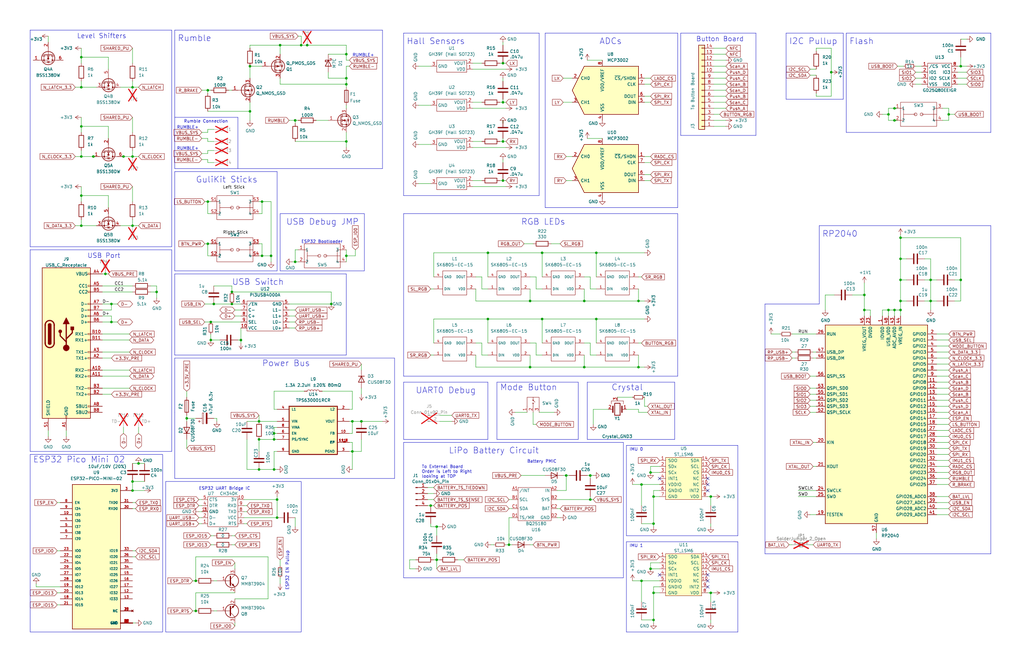
<source format=kicad_sch>
(kicad_sch (version 20230121) (generator eeschema)
  (paper "B")
  (title_block (title "ProGCC v3 Main Board") (date "2019-12-18") (rev "0.1") (company "HHL/Esca"))
  (junction (at 115.57 198.12))
  (junction (at 97.79 128.27))
  (junction (at 364.49 124.46))
  (junction (at 39.37 66.04))
  (junction (at 46.99 128.27))
  (junction (at 400.05 48.26))
  (junction (at 88.9 135.89))
  (junction (at 392.43 118.11))
  (junction (at 251.46 134.62))
  (junction (at 270.51 245.11))
  (junction (at 87.63 38.1))
  (junction (at 124.46 50.8))
  (junction (at 377.19 45.72))
  (junction (at 205.74 134.62))
  (junction (at 146.05 35.56))
  (junction (at 146.05 22.86))
  (junction (at 248.92 200.66))
  (junction (at 184.15 222.25))
  (junction (at 212.09 59.69))
  (junction (at 379.73 118.11))
  (junction (at 379.73 100.33))
  (junction (at 110.49 107.95))
  (junction (at 223.52 154.94))
  (junction (at 55.88 207.01))
  (junction (at 115.57 182.88))
  (junction (at 124.46 110.49))
  (junction (at 34.29 95.25))
  (junction (at 364.49 130.81))
  (junction (at 374.65 130.81))
  (junction (at 379.73 109.22))
  (junction (at 88.9 143.51))
  (junction (at 392.43 127))
  (junction (at 379.73 130.81))
  (junction (at 46.99 135.89))
  (junction (at 275.59 209.55))
  (junction (at 146.05 59.69))
  (junction (at 87.63 102.87))
  (junction (at 34.29 66.04))
  (junction (at 109.22 198.12))
  (junction (at 139.7 128.27))
  (junction (at 377.19 50.8))
  (junction (at 275.59 220.98))
  (junction (at 34.29 24.13))
  (junction (at 82.55 257.81))
  (junction (at 246.38 154.94))
  (junction (at 146.05 33.02))
  (junction (at 223.52 127))
  (junction (at 251.46 106.68))
  (junction (at 374.65 48.26))
  (junction (at 105.41 27.94))
  (junction (at 78.74 176.53))
  (junction (at 228.6 134.62))
  (junction (at 212.09 43.18))
  (junction (at 214.63 229.87))
  (junction (at 127 19.05))
  (junction (at 109.22 177.8))
  (junction (at 109.22 185.42))
  (junction (at 238.76 200.66))
  (junction (at 275.59 250.19))
  (junction (at 101.6 143.51))
  (junction (at 184.15 236.22))
  (junction (at 212.09 76.2))
  (junction (at 118.11 19.05))
  (junction (at 377.19 130.81))
  (junction (at 350.52 30.48))
  (junction (at 34.29 36.83))
  (junction (at 87.63 85.09))
  (junction (at 379.73 127))
  (junction (at 82.55 245.11))
  (junction (at 246.38 127))
  (junction (at 275.59 261.62))
  (junction (at 90.17 128.27))
  (junction (at 115.57 185.42))
  (junction (at 405.13 118.11))
  (junction (at 181.61 213.36))
  (junction (at 148.59 177.8))
  (junction (at 110.49 85.09))
  (junction (at 248.92 210.82))
  (junction (at 114.3 107.95))
  (junction (at 270.51 204.47))
  (junction (at 52.07 66.04))
  (junction (at 152.4 177.8))
  (junction (at 212.09 26.67))
  (junction (at 274.32 199.39))
  (junction (at 116.84 210.82))
  (junction (at 55.88 36.83))
  (junction (at 148.59 190.5))
  (junction (at 205.74 106.68))
  (junction (at 97.79 123.19))
  (junction (at 269.24 154.94))
  (junction (at 299.72 209.55))
  (junction (at 55.88 95.25))
  (junction (at 299.72 250.19))
  (junction (at 58.42 195.58))
  (junction (at 55.88 66.04))
  (junction (at 129.54 19.05))
  (junction (at 146.05 107.95))
  (junction (at 269.24 127))
  (junction (at 44.45 115.57))
  (junction (at 34.29 82.55))
  (junction (at 55.88 203.2))
  (junction (at 66.04 123.19))
  (junction (at 228.6 106.68))
  (junction (at 405.13 27.94))
  (junction (at 116.84 218.44))
  (junction (at 105.41 46.99))
  (junction (at 274.32 240.03))
  (junction (at 34.29 53.34))
  (no_connect (at 298.45 242.57))
  (no_connect (at 298.45 204.47))
  (no_connect (at 298.45 245.11))
  (no_connect (at 298.45 207.01))
  (no_connect (at 278.13 242.57))
  (no_connect (at 298.45 201.93))
  (no_connect (at 298.45 247.65))
  (no_connect (at 278.13 201.93))
  (wire (pts (xy 116.84 180.34) (xy 115.57 180.34)))
  (wire (pts (xy 123.19 110.49) (xy 124.46 110.49)))
  (wire (pts (xy 250.19 200.66) (xy 248.92 200.66)))
  (wire (pts (xy 181.61 222.25) (xy 184.15 222.25)))
  (wire (pts (xy 97.79 229.87) (xy 99.06 229.87)))
  (wire (pts (xy 55.88 36.83) (xy 58.42 36.83)))
  (wire (pts (xy 105.41 46.99) (xy 105.41 50.8)))
  (wire (pts (xy 152.4 185.42) (xy 152.4 190.5)))
  (wire (pts (xy 55.88 203.2) (xy 55.88 207.01)))
  (wire (pts (xy 237.49 200.66) (xy 238.76 200.66)))
  (wire (pts (xy 210.82 43.18) (xy 212.09 43.18)))
  (wire (pts (xy 85.09 38.1) (xy 87.63 38.1)))
  (wire (pts (xy 46.99 128.27) (xy 49.53 128.27)))
  (wire (pts (xy 270.51 204.47) (xy 278.13 204.47)))
  (wire (pts (xy 82.55 176.53) (xy 78.74 176.53)))
  (wire (pts (xy 405.13 118.11) (xy 405.13 127)))
  (wire (pts (xy 394.97 184.15) (xy 400.05 184.15)))
  (wire (pts (xy 275.59 250.19) (xy 275.59 261.62)))
  (wire (pts (xy 97.79 120.65) (xy 97.79 123.19)))
  (polyline (pts (xy 322.58 128.27) (xy 322.58 233.68)))
  (wire (pts (xy 55.88 207.01) (xy 60.96 207.01)))
  (wire (pts (xy 269.24 173.99) (xy 273.05 173.99)))
  (wire (pts (xy 394.97 168.91) (xy 400.05 168.91)))
  (wire (pts (xy 127 15.24) (xy 125.73 15.24)))
  (wire (pts (xy 369.57 224.79) (xy 369.57 227.33)))
  (wire (pts (xy 87.63 107.95) (xy 88.9 107.95)))
  (wire (pts (xy 228.6 134.62) (xy 251.46 134.62)))
  (wire (pts (xy 27.94 181.61) (xy 27.94 184.15)))
  (wire (pts (xy 247.65 200.66) (xy 248.92 200.66)))
  (wire (pts (xy 45.72 87.63) (xy 45.72 82.55)))
  (wire (pts (xy 115.57 172.72) (xy 116.84 172.72)))
  (wire (pts (xy 149.86 107.95) (xy 149.86 105.41)))
  (wire (pts (xy 182.88 106.68) (xy 205.74 106.68)))
  (wire (pts (xy 34.29 82.55) (xy 34.29 85.09)))
  (wire (pts (xy 182.88 116.84) (xy 182.88 106.68)))
  (wire (pts (xy 250.19 172.72) (xy 256.54 172.72)))
  (wire (pts (xy 386.08 35.56) (xy 388.62 35.56)))
  (wire (pts (xy 148.59 172.72) (xy 147.32 172.72)))
  (wire (pts (xy 99.06 133.35) (xy 101.6 133.35)))
  (wire (pts (xy 394.97 212.09) (xy 400.05 212.09)))
  (wire (pts (xy 210.82 59.69) (xy 212.09 59.69)))
  (wire (pts (xy 212.09 67.31) (xy 212.09 68.58)))
  (wire (pts (xy 228.6 106.68) (xy 228.6 116.84)))
  (wire (pts (xy 232.41 102.87) (xy 236.22 102.87)))
  (polyline (pts (xy 229.87 13.97) (xy 285.75 13.97)))
  (wire (pts (xy 270.51 254) (xy 270.51 245.11)))
  (wire (pts (xy 335.28 148.59) (xy 334.01 148.59)))
  (polyline (pts (xy 311.15 228.6) (xy 311.15 266.7)))
  (wire (pts (xy 200.66 154.94) (xy 200.66 149.86)))
  (wire (pts (xy 214.63 210.82) (xy 215.9 210.82)))
  (wire (pts (xy 46.99 135.89) (xy 49.53 135.89)))
  (wire (pts (xy 341.63 173.99) (xy 344.17 173.99)))
  (wire (pts (xy 55.88 20.32) (xy 55.88 26.67)))
  (wire (pts (xy 344.17 207.01) (xy 336.55 207.01)))
  (wire (pts (xy 55.88 214.63) (xy 57.15 214.63)))
  (wire (pts (xy 219.71 200.66) (xy 229.87 200.66)))
  (wire (pts (xy 129.54 19.05) (xy 127 19.05)))
  (wire (pts (xy 43.18 115.57) (xy 44.45 115.57)))
  (wire (pts (xy 63.5 123.19) (xy 66.04 123.19)))
  (wire (pts (xy 270.51 261.62) (xy 275.59 261.62)))
  (wire (pts (xy 394.97 176.53) (xy 400.05 176.53)))
  (wire (pts (xy 275.59 247.65) (xy 278.13 247.65)))
  (wire (pts (xy 344.17 151.13) (xy 342.9 151.13)))
  (wire (pts (xy 205.74 134.62) (xy 205.74 144.78)))
  (wire (pts (xy 181.61 220.98) (xy 181.61 222.25)))
  (polyline (pts (xy 209.55 185.42) (xy 209.55 161.29)))
  (wire (pts (xy 341.63 229.87) (xy 342.9 229.87)))
  (wire (pts (xy 138.43 33.02) (xy 138.43 30.48)))
  (wire (pts (xy 374.65 45.72) (xy 374.65 48.26)))
  (wire (pts (xy 50.8 66.04) (xy 52.07 66.04)))
  (wire (pts (xy 121.92 135.89) (xy 124.46 135.89)))
  (wire (pts (xy 226.06 121.92) (xy 228.6 121.92)))
  (wire (pts (xy 199.39 59.69) (xy 203.2 59.69)))
  (wire (pts (xy 214.63 229.87) (xy 213.36 229.87)))
  (polyline (pts (xy 72.39 105.41) (xy 72.39 190.5)))
  (polyline (pts (xy 284.48 185.42) (xy 247.65 185.42)))
  (polyline (pts (xy 229.87 13.97) (xy 229.87 87.63)))
  (polyline (pts (xy 170.18 161.29) (xy 170.18 185.42)))
  (wire (pts (xy 332.74 229.87) (xy 334.01 229.87)))
  (wire (pts (xy 306.07 30.48) (xy 300.99 30.48)))
  (wire (pts (xy 43.18 163.83) (xy 54.61 163.83)))
  (wire (pts (xy 379.73 127) (xy 379.73 130.81)))
  (wire (pts (xy 50.8 36.83) (xy 55.88 36.83)))
  (wire (pts (xy 341.63 158.75) (xy 344.17 158.75)))
  (wire (pts (xy 212.09 59.69) (xy 213.36 59.69)))
  (wire (pts (xy 394.97 151.13) (xy 400.05 151.13)))
  (wire (pts (xy 43.18 123.19) (xy 55.88 123.19)))
  (wire (pts (xy 246.38 154.94) (xy 223.52 154.94)))
  (wire (pts (xy 109.22 185.42) (xy 115.57 185.42)))
  (wire (pts (xy 34.29 20.32) (xy 34.29 24.13)))
  (wire (pts (xy 199.39 29.21) (xy 213.36 29.21)))
  (wire (pts (xy 275.59 207.01) (xy 278.13 207.01)))
  (wire (pts (xy 271.78 68.58) (xy 274.32 68.58)))
  (wire (pts (xy 99.06 262.89) (xy 99.06 264.16)))
  (wire (pts (xy 394.97 148.59) (xy 400.05 148.59)))
  (polyline (pts (xy 72.39 190.5) (xy 12.7 190.5)))
  (wire (pts (xy 264.16 172.72) (xy 269.24 172.72)))
  (wire (pts (xy 109.22 185.42) (xy 109.22 190.5)))
  (wire (pts (xy 394.97 209.55) (xy 400.05 209.55)))
  (wire (pts (xy 394.97 166.37) (xy 400.05 166.37)))
  (wire (pts (xy 223.52 229.87) (xy 224.79 229.87)))
  (wire (pts (xy 271.78 66.04) (xy 274.32 66.04)))
  (wire (pts (xy 82.55 250.19) (xy 99.06 250.19)))
  (wire (pts (xy 115.57 165.1) (xy 115.57 172.72)))
  (wire (pts (xy 40.64 95.25) (xy 34.29 95.25)))
  (wire (pts (xy 55.88 203.2) (xy 60.96 203.2)))
  (wire (pts (xy 298.45 250.19) (xy 299.72 250.19)))
  (polyline (pts (xy 170.18 82.55) (xy 227.33 82.55)))
  (wire (pts (xy 87.63 85.09) (xy 88.9 85.09)))
  (wire (pts (xy 306.07 35.56) (xy 300.99 35.56)))
  (polyline (pts (xy 205.74 185.42) (xy 205.74 161.29)))
  (wire (pts (xy 135.89 165.1) (xy 148.59 165.1)))
  (wire (pts (xy 306.07 38.1) (xy 300.99 38.1)))
  (wire (pts (xy 306.07 40.64) (xy 300.99 40.64)))
  (wire (pts (xy 364.49 119.38) (xy 364.49 124.46)))
  (wire (pts (xy 394.97 171.45) (xy 400.05 171.45)))
  (polyline (pts (xy 170.18 185.42) (xy 205.74 185.42)))
  (wire (pts (xy 203.2 144.78) (xy 203.2 149.86)))
  (wire (pts (xy 43.18 156.21) (xy 54.61 156.21)))
  (wire (pts (xy 248.92 210.82) (xy 250.19 210.82)))
  (polyline (pts (xy 170.18 90.17) (xy 170.18 158.75)))
  (wire (pts (xy 115.57 190.5) (xy 116.84 190.5)))
  (wire (pts (xy 176.53 27.94) (xy 181.61 27.94)))
  (wire (pts (xy 50.8 95.25) (xy 55.88 95.25)))
  (wire (pts (xy 86.36 128.27) (xy 90.17 128.27)))
  (polyline (pts (xy 247.65 161.29) (xy 284.48 161.29)))
  (wire (pts (xy 234.95 214.63) (xy 236.22 214.63)))
  (wire (pts (xy 389.89 118.11) (xy 392.43 118.11)))
  (wire (pts (xy 121.92 133.35) (xy 124.46 133.35)))
  (wire (pts (xy 341.63 171.45) (xy 344.17 171.45)))
  (wire (pts (xy 46.99 130.81) (xy 46.99 128.27)))
  (wire (pts (xy 43.18 133.35) (xy 46.99 133.35)))
  (wire (pts (xy 234.95 207.01) (xy 238.76 207.01)))
  (wire (pts (xy 55.88 234.95) (xy 57.15 234.95)))
  (wire (pts (xy 226.06 144.78) (xy 226.06 149.86)))
  (wire (pts (xy 55.88 95.25) (xy 58.42 95.25)))
  (wire (pts (xy 83.82 218.44) (xy 85.09 218.44)))
  (wire (pts (xy 66.04 123.19) (xy 66.04 125.73)))
  (polyline (pts (xy 73.66 151.13) (xy 166.37 151.13)))
  (wire (pts (xy 105.41 19.05) (xy 105.41 20.32)))
  (polyline (pts (xy 318.77 13.97) (xy 318.77 57.15)))
  (wire (pts (xy 278.13 196.85) (xy 274.32 196.85)))
  (wire (pts (xy 303.53 48.26) (xy 300.99 48.26)))
  (wire (pts (xy 58.42 180.34) (xy 58.42 182.88)))
  (wire (pts (xy 180.34 208.28) (xy 182.88 208.28)))
  (wire (pts (xy 118.11 243.84) (xy 118.11 246.38)))
  (wire (pts (xy 394.97 186.69) (xy 400.05 186.69)))
  (polyline (pts (xy 345.44 95.25) (xy 345.44 128.27)))
  (wire (pts (xy 87.63 90.17) (xy 88.9 90.17)))
  (wire (pts (xy 146.05 27.94) (xy 147.32 27.94)))
  (wire (pts (xy 278.13 237.49) (xy 274.32 237.49)))
  (wire (pts (xy 46.99 133.35) (xy 46.99 135.89)))
  (wire (pts (xy 34.29 36.83) (xy 34.29 34.29)))
  (wire (pts (xy 97.79 128.27) (xy 101.6 128.27)))
  (wire (pts (xy 392.43 109.22) (xy 392.43 118.11)))
  (wire (pts (xy 115.57 198.12) (xy 116.84 198.12)))
  (wire (pts (xy 115.57 190.5) (xy 115.57 198.12)))
  (polyline (pts (xy 73.66 12.7) (xy 161.29 12.7)))
  (wire (pts (xy 403.86 27.94) (xy 405.13 27.94)))
  (wire (pts (xy 87.63 54.61) (xy 90.17 54.61)))
  (wire (pts (xy 269.24 116.84) (xy 270.51 116.84)))
  (wire (pts (xy 86.36 135.89) (xy 88.9 135.89)))
  (wire (pts (xy 306.07 43.18) (xy 300.99 43.18)))
  (wire (pts (xy 185.42 175.26) (xy 190.5 175.26)))
  (wire (pts (xy 403.86 33.02) (xy 407.67 33.02)))
  (wire (pts (xy 271.78 171.45) (xy 273.05 171.45)))
  (wire (pts (xy 205.74 106.68) (xy 205.74 116.84)))
  (wire (pts (xy 44.45 115.57) (xy 45.72 115.57)))
  (polyline (pts (xy 166.37 201.93) (xy 73.66 201.93)))
  (wire (pts (xy 118.11 22.86) (xy 118.11 19.05)))
  (wire (pts (xy 394.97 189.23) (xy 400.05 189.23)))
  (wire (pts (xy 205.74 106.68) (xy 228.6 106.68)))
  (wire (pts (xy 260.35 167.64) (xy 266.7 167.64)))
  (wire (pts (xy 251.46 134.62) (xy 271.78 134.62)))
  (polyline (pts (xy 318.77 57.15) (xy 287.02 57.15)))
  (wire (pts (xy 351.79 124.46) (xy 347.98 124.46)))
  (wire (pts (xy 31.75 66.04) (xy 34.29 66.04)))
  (wire (pts (xy 55.88 232.41) (xy 57.15 232.41)))
  (wire (pts (xy 275.59 209.55) (xy 278.13 209.55)))
  (wire (pts (xy 270.51 245.11) (xy 278.13 245.11)))
  (wire (pts (xy 152.4 177.8) (xy 161.29 177.8)))
  (wire (pts (xy 234.95 210.82) (xy 248.92 210.82)))
  (wire (pts (xy 306.07 33.02) (xy 300.99 33.02)))
  (polyline (pts (xy 287.02 13.97) (xy 287.02 57.15)))
  (wire (pts (xy 215.9 218.44) (xy 214.63 218.44)))
  (wire (pts (xy 40.64 66.04) (xy 39.37 66.04)))
  (wire (pts (xy 379.73 127) (xy 382.27 127)))
  (wire (pts (xy 34.29 24.13) (xy 34.29 26.67)))
  (wire (pts (xy 392.43 127) (xy 392.43 130.81)))
  (wire (pts (xy 152.4 163.83) (xy 152.4 166.37)))
  (wire (pts (xy 341.63 217.17) (xy 344.17 217.17)))
  (wire (pts (xy 405.13 100.33) (xy 405.13 118.11)))
  (wire (pts (xy 274.32 237.49) (xy 274.32 240.03)))
  (wire (pts (xy 274.32 240.03) (xy 278.13 240.03)))
  (wire (pts (xy 386.08 30.48) (xy 388.62 30.48)))
  (wire (pts (xy 226.06 149.86) (xy 228.6 149.86)))
  (wire (pts (xy 394.97 158.75) (xy 400.05 158.75)))
  (wire (pts (xy 148.59 186.69) (xy 147.32 186.69)))
  (wire (pts (xy 199.39 43.18) (xy 203.2 43.18)))
  (wire (pts (xy 181.61 149.86) (xy 182.88 149.86)))
  (wire (pts (xy 389.89 109.22) (xy 392.43 109.22)))
  (wire (pts (xy 124.46 105.41) (xy 124.46 110.49)))
  (wire (pts (xy 347.98 124.46) (xy 347.98 130.81)))
  (polyline (pts (xy 73.66 173.99) (xy 73.66 151.13)))
  (wire (pts (xy 247.65 58.42) (xy 254 58.42)))
  (wire (pts (xy 394.97 196.85) (xy 400.05 196.85)))
  (wire (pts (xy 238.76 200.66) (xy 240.03 200.66)))
  (wire (pts (xy 102.87 220.98) (xy 104.14 220.98)))
  (wire (pts (xy 377.19 50.8) (xy 374.65 50.8)))
  (wire (pts (xy 55.88 95.25) (xy 55.88 92.71)))
  (wire (pts (xy 55.88 212.09) (xy 57.15 212.09)))
  (wire (pts (xy 400.05 45.72) (xy 400.05 48.26)))
  (wire (pts (xy 118.11 19.05) (xy 127 19.05)))
  (polyline (pts (xy 227.33 82.55) (xy 227.33 13.97)))
  (wire (pts (xy 246.38 154.94) (xy 246.38 149.86)))
  (wire (pts (xy 344.17 39.37) (xy 344.17 40.64)))
  (wire (pts (xy 175.26 240.03) (xy 172.72 240.03)))
  (wire (pts (xy 237.49 43.18) (xy 241.3 43.18)))
  (polyline (pts (xy 417.83 55.88) (xy 356.87 55.88)))
  (wire (pts (xy 269.24 144.78) (xy 270.51 144.78)))
  (wire (pts (xy 81.28 245.11) (xy 82.55 245.11)))
  (wire (pts (xy 43.18 130.81) (xy 46.99 130.81)))
  (wire (pts (xy 102.87 210.82) (xy 116.84 210.82)))
  (wire (pts (xy 146.05 22.86) (xy 146.05 19.05)))
  (wire (pts (xy 246.38 116.84) (xy 248.92 116.84)))
  (wire (pts (xy 118.11 33.02) (xy 118.11 35.56)))
  (wire (pts (xy 405.13 100.33) (xy 379.73 100.33)))
  (wire (pts (xy 78.74 185.42) (xy 78.74 189.23)))
  (polyline (pts (xy 285.75 90.17) (xy 285.75 158.75)))
  (wire (pts (xy 275.59 250.19) (xy 278.13 250.19)))
  (wire (pts (xy 181.61 121.92) (xy 182.88 121.92)))
  (polyline (pts (xy 247.65 161.29) (xy 247.65 185.42)))
  (wire (pts (xy 238.76 66.04) (xy 241.3 66.04)))
  (wire (pts (xy 394.97 140.97) (xy 400.05 140.97)))
  (wire (pts (xy 24.13 250.19) (xy 25.4 250.19)))
  (wire (pts (xy 85.09 64.77) (xy 87.63 64.77)))
  (wire (pts (xy 104.14 198.12) (xy 109.22 198.12)))
  (wire (pts (xy 379.73 109.22) (xy 379.73 118.11)))
  (wire (pts (xy 102.87 213.36) (xy 104.14 213.36)))
  (wire (pts (xy 374.65 130.81) (xy 377.19 130.81)))
  (wire (pts (xy 341.63 29.21) (xy 344.17 29.21)))
  (polyline (pts (xy 243.84 161.29) (xy 209.55 161.29)))
  (wire (pts (xy 85.09 67.31) (xy 87.63 67.31)))
  (wire (pts (xy 128.27 165.1) (xy 115.57 165.1)))
  (wire (pts (xy 306.07 22.86) (xy 300.99 22.86)))
  (wire (pts (xy 97.79 226.06) (xy 99.06 226.06)))
  (wire (pts (xy 55.88 195.58) (xy 58.42 195.58)))
  (wire (pts (xy 374.65 130.81) (xy 374.65 133.35)))
  (polyline (pts (xy 73.66 114.3) (xy 73.66 72.39)))
  (wire (pts (xy 271.78 35.56) (xy 274.32 35.56)))
  (polyline (pts (xy 417.83 13.97) (xy 417.83 55.88)))
  (wire (pts (xy 379.73 118.11) (xy 379.73 127)))
  (wire (pts (xy 146.05 105.41) (xy 146.05 107.95)))
  (wire (pts (xy 392.43 118.11) (xy 392.43 127)))
  (wire (pts (xy 378.46 50.8) (xy 377.19 50.8)))
  (wire (pts (xy 394.97 179.07) (xy 400.05 179.07)))
  (wire (pts (xy 299.72 261.62) (xy 299.72 262.89)))
  (wire (pts (xy 274.32 199.39) (xy 278.13 199.39)))
  (wire (pts (xy 210.82 26.67) (xy 212.09 26.67)))
  (wire (pts (xy 99.06 130.81) (xy 101.6 130.81)))
  (wire (pts (xy 55.88 262.89) (xy 57.15 262.89)))
  (wire (pts (xy 146.05 22.86) (xy 146.05 25.4)))
  (wire (pts (xy 83.82 213.36) (xy 85.09 213.36)))
  (wire (pts (xy 55.88 78.74) (xy 55.88 85.09)))
  (wire (pts (xy 212.09 26.67) (xy 213.36 26.67)))
  (wire (pts (xy 55.88 36.83) (xy 55.88 34.29)))
  (wire (pts (xy 87.63 54.61) (xy 87.63 55.88)))
  (wire (pts (xy 271.78 40.64) (xy 274.32 40.64)))
  (wire (pts (xy 379.73 99.06) (xy 379.73 100.33)))
  (wire (pts (xy 394.97 181.61) (xy 400.05 181.61)))
  (wire (pts (xy 124.46 110.49) (xy 125.73 110.49)))
  (polyline (pts (xy 73.66 49.53) (xy 100.33 49.53)))
  (wire (pts (xy 237.49 33.02) (xy 241.3 33.02)))
  (wire (pts (xy 394.97 214.63) (xy 400.05 214.63)))
  (wire (pts (xy 344.17 209.55) (xy 336.55 209.55)))
  (polyline (pts (xy 264.16 187.96) (xy 264.16 226.06)))
  (wire (pts (xy 248.92 149.86) (xy 251.46 149.86)))
  (wire (pts (xy 342.9 186.69) (xy 344.17 186.69)))
  (wire (pts (xy 378.46 45.72) (xy 377.19 45.72)))
  (wire (pts (xy 203.2 121.92) (xy 205.74 121.92)))
  (wire (pts (xy 405.13 27.94) (xy 407.67 27.94)))
  (wire (pts (xy 110.49 102.87) (xy 110.49 107.95)))
  (wire (pts (xy 176.53 60.96) (xy 181.61 60.96)))
  (wire (pts (xy 180.34 213.36) (xy 181.61 213.36)))
  (wire (pts (xy 364.49 130.81) (xy 364.49 133.35)))
  (wire (pts (xy 223.52 127) (xy 200.66 127)))
  (wire (pts (xy 223.52 154.94) (xy 200.66 154.94)))
  (wire (pts (xy 88.9 229.87) (xy 90.17 229.87)))
  (wire (pts (xy 91.44 177.8) (xy 91.44 176.53)))
  (wire (pts (xy 212.09 34.29) (xy 212.09 33.02)))
  (polyline (pts (xy 73.66 72.39) (xy 116.84 72.39)))
  (polyline (pts (xy 264.16 228.6) (xy 264.16 266.7)))
  (wire (pts (xy 148.59 165.1) (xy 148.59 172.72)))
  (wire (pts (xy 118.11 19.05) (xy 105.41 19.05)))
  (wire (pts (xy 203.2 116.84) (xy 203.2 121.92)))
  (wire (pts (xy 269.24 172.72) (xy 269.24 173.99)))
  (wire (pts (xy 138.43 22.86) (xy 146.05 22.86)))
  (wire (pts (xy 344.17 148.59) (xy 342.9 148.59)))
  (wire (pts (xy 152.4 153.67) (xy 152.4 156.21)))
  (wire (pts (xy 184.15 226.06) (xy 184.15 222.25)))
  (wire (pts (xy 405.13 127) (xy 402.59 127)))
  (wire (pts (xy 43.18 151.13) (xy 46.99 151.13)))
  (wire (pts (xy 55.88 49.53) (xy 55.88 55.88)))
  (wire (pts (xy 350.52 40.64) (xy 350.52 30.48)))
  (wire (pts (xy 350.52 20.32) (xy 350.52 30.48)))
  (wire (pts (xy 184.15 233.68) (xy 184.15 236.22)))
  (wire (pts (xy 124.46 222.25) (xy 124.46 218.44)))
  (polyline (pts (xy 73.66 173.99) (xy 73.66 201.93)))
  (wire (pts (xy 109.22 175.26) (xy 109.22 177.8)))
  (wire (pts (xy 300.99 50.8) (xy 306.07 50.8)))
  (wire (pts (xy 182.88 134.62) (xy 205.74 134.62)))
  (wire (pts (xy 394.97 217.17) (xy 400.05 217.17)))
  (wire (pts (xy 148.59 186.69) (xy 148.59 190.5)))
  (wire (pts (xy 210.82 76.2) (xy 212.09 76.2)))
  (wire (pts (xy 247.65 25.4) (xy 254 25.4)))
  (wire (pts (xy 43.18 128.27) (xy 46.99 128.27)))
  (wire (pts (xy 300.99 53.34) (xy 306.07 53.34)))
  (wire (pts (xy 96.52 38.1) (xy 97.79 38.1)))
  (wire (pts (xy 43.18 158.75) (xy 54.61 158.75)))
  (wire (pts (xy 116.84 218.44) (xy 116.84 210.82)))
  (wire (pts (xy 402.59 118.11) (xy 405.13 118.11)))
  (wire (pts (xy 238.76 200.66) (xy 238.76 207.01)))
  (wire (pts (xy 43.18 166.37) (xy 46.99 166.37)))
  (wire (pts (xy 152.4 190.5) (xy 148.59 190.5)))
  (wire (pts (xy 275.59 207.01) (xy 275.59 209.55)))
  (wire (pts (xy 226.06 179.07) (xy 224.79 179.07)))
  (wire (pts (xy 185.42 177.8) (xy 190.5 177.8)))
  (wire (pts (xy 227.33 173.99) (xy 233.68 173.99)))
  (wire (pts (xy 24.13 255.27) (xy 25.4 255.27)))
  (wire (pts (xy 226.06 116.84) (xy 226.06 121.92)))
  (wire (pts (xy 90.17 128.27) (xy 97.79 128.27)))
  (wire (pts (xy 90.17 257.81) (xy 91.44 257.81)))
  (wire (pts (xy 372.11 130.81) (xy 374.65 130.81)))
  (wire (pts (xy 172.72 240.03) (xy 172.72 236.22)))
  (wire (pts (xy 234.95 218.44) (xy 236.22 218.44)))
  (wire (pts (xy 200.66 144.78) (xy 203.2 144.78)))
  (wire (pts (xy 341.63 168.91) (xy 344.17 168.91)))
  (wire (pts (xy 207.01 229.87) (xy 208.28 229.87)))
  (wire (pts (xy 113.03 252.73) (xy 113.03 234.95)))
  (wire (pts (xy 248.92 209.55) (xy 248.92 210.82)))
  (wire (pts (xy 15.24 247.65) (xy 15.24 246.38)))
  (wire (pts (xy 184.15 240.03) (xy 184.15 236.22)))
  (wire (pts (xy 66.04 120.65) (xy 66.04 123.19)))
  (wire (pts (xy 114.3 85.09) (xy 114.3 107.95)))
  (wire (pts (xy 109.22 102.87) (xy 110.49 102.87)))
  (wire (pts (xy 87.63 68.58) (xy 87.63 67.31)))
  (polyline (pts (xy 170.18 13.97) (xy 170.18 82.55)))
  (wire (pts (xy 377.19 45.72) (xy 374.65 45.72)))
  (wire (pts (xy 87.63 38.1) (xy 88.9 38.1)))
  (wire (pts (xy 238.76 76.2) (xy 241.3 76.2)))
  (wire (pts (xy 139.7 123.19) (xy 139.7 128.27)))
  (wire (pts (xy 372.11 48.26) (xy 374.65 48.26)))
  (wire (pts (xy 87.63 85.09) (xy 87.63 90.17)))
  (wire (pts (xy 223.52 116.84) (xy 226.06 116.84)))
  (wire (pts (xy 220.98 102.87) (xy 224.79 102.87)))
  (wire (pts (xy 223.52 144.78) (xy 226.06 144.78)))
  (wire (pts (xy 100.33 143.51) (xy 101.6 143.51)))
  (wire (pts (xy 344.17 40.64) (xy 350.52 40.64)))
  (wire (pts (xy 146.05 35.56) (xy 146.05 36.83)))
  (wire (pts (xy 246.38 127) (xy 246.38 121.92)))
  (wire (pts (xy 246.38 127) (xy 223.52 127)))
  (wire (pts (xy 115.57 185.42) (xy 116.84 185.42)))
  (wire (pts (xy 146.05 59.69) (xy 146.05 62.23)))
  (wire (pts (xy 394.97 163.83) (xy 400.05 163.83)))
  (polyline (pts (xy 209.55 185.42) (xy 243.84 185.42)))
  (polyline (pts (xy 356.87 13.97) (xy 356.87 55.88)))
  (wire (pts (xy 86.36 102.87) (xy 87.63 102.87)))
  (wire (pts (xy 45.72 53.34) (xy 34.29 53.34)))
  (polyline (pts (xy 322.58 128.27) (xy 345.44 128.27)))
  (wire (pts (xy 87.63 59.69) (xy 87.63 58.42)))
  (wire (pts (xy 378.46 27.94) (xy 381 27.94)))
  (polyline (pts (xy 73.66 114.3) (xy 116.84 114.3)))
  (polyline (pts (xy 12.7 105.41) (xy 72.39 105.41)))
  (wire (pts (xy 148.59 177.8) (xy 152.4 177.8)))
  (wire (pts (xy 400.05 50.8) (xy 400.05 48.26)))
  (wire (pts (xy 306.07 45.72) (xy 300.99 45.72)))
  (wire (pts (xy 147.32 177.8) (xy 148.59 177.8)))
  (wire (pts (xy 394.97 153.67) (xy 400.05 153.67)))
  (polyline (pts (xy 285.75 158.75) (xy 170.18 158.75)))
  (wire (pts (xy 83.82 220.98) (xy 85.09 220.98)))
  (wire (pts (xy 200.66 127) (xy 200.66 121.92)))
  (wire (pts (xy 45.72 29.21) (xy 45.72 24.13)))
  (wire (pts (xy 118.11 236.22) (xy 118.11 238.76)))
  (wire (pts (xy 299.72 250.19) (xy 300.99 250.19)))
  (wire (pts (xy 379.73 130.81) (xy 379.73 133.35)))
  (wire (pts (xy 199.39 78.74) (xy 213.36 78.74)))
  (wire (pts (xy 199.39 62.23) (xy 213.36 62.23)))
  (wire (pts (xy 63.5 120.65) (xy 66.04 120.65)))
  (wire (pts (xy 248.92 116.84) (xy 248.92 121.92)))
  (wire (pts (xy 88.9 135.89) (xy 101.6 135.89)))
  (wire (pts (xy 83.82 210.82) (xy 85.09 210.82)))
  (wire (pts (xy 102.87 218.44) (xy 116.84 218.44)))
  (wire (pts (xy 394.97 194.31) (xy 400.05 194.31)))
  (wire (pts (xy 248.92 200.66) (xy 248.92 201.93)))
  (wire (pts (xy 299.72 209.55) (xy 300.99 209.55)))
  (wire (pts (xy 105.41 27.94) (xy 110.49 27.94)))
  (polyline (pts (xy 356.87 13.97) (xy 417.83 13.97)))
  (wire (pts (xy 246.38 144.78) (xy 248.92 144.78)))
  (wire (pts (xy 212.09 17.78) (xy 212.09 19.05)))
  (wire (pts (xy 377.19 130.81) (xy 379.73 130.81)))
  (wire (pts (xy 212.09 43.18) (xy 213.36 43.18)))
  (polyline (pts (xy 243.84 185.42) (xy 243.84 161.29)))
  (wire (pts (xy 105.41 43.18) (xy 105.41 46.99)))
  (wire (pts (xy 104.14 177.8) (xy 109.22 177.8)))
  (wire (pts (xy 116.84 209.55) (xy 116.84 210.82)))
  (wire (pts (xy 87.63 102.87) (xy 87.63 107.95)))
  (wire (pts (xy 405.13 16.51) (xy 407.67 16.51)))
  (polyline (pts (xy 264.16 187.96) (xy 311.15 187.96)))
  (wire (pts (xy 40.64 36.83) (xy 34.29 36.83)))
  (wire (pts (xy 306.07 27.94) (xy 300.99 27.94)))
  (wire (pts (xy 341.63 163.83) (xy 344.17 163.83)))
  (wire (pts (xy 266.7 204.47) (xy 270.51 204.47)))
  (wire (pts (xy 224.79 173.99) (xy 224.79 179.07)))
  (wire (pts (xy 271.78 154.94) (xy 269.24 154.94)))
  (wire (pts (xy 223.52 154.94) (xy 223.52 149.86)))
  (wire (pts (xy 266.7 245.11) (xy 270.51 245.11)))
  (wire (pts (xy 212.09 41.91) (xy 212.09 43.18)))
  (wire (pts (xy 146.05 33.02) (xy 138.43 33.02)))
  (wire (pts (xy 382.27 109.22) (xy 379.73 109.22)))
  (wire (pts (xy 392.43 127) (xy 389.89 127)))
  (wire (pts (xy 99.06 252.73) (xy 113.03 252.73)))
  (wire (pts (xy 87.63 68.58) (xy 90.17 68.58)))
  (wire (pts (xy 394.97 204.47) (xy 400.05 204.47)))
  (wire (pts (xy 110.49 107.95) (xy 109.22 107.95)))
  (wire (pts (xy 146.05 55.88) (xy 146.05 59.69)))
  (wire (pts (xy 102.87 215.9) (xy 104.14 215.9)))
  (wire (pts (xy 269.24 154.94) (xy 246.38 154.94)))
  (wire (pts (xy 394.97 146.05) (xy 400.05 146.05)))
  (wire (pts (xy 275.59 209.55) (xy 275.59 220.98)))
  (wire (pts (xy 394.97 201.93) (xy 400.05 201.93)))
  (wire (pts (xy 403.86 35.56) (xy 407.67 35.56)))
  (wire (pts (xy 298.45 209.55) (xy 299.72 209.55)))
  (wire (pts (xy 184.15 222.25) (xy 185.42 222.25)))
  (wire (pts (xy 374.65 50.8) (xy 374.65 48.26)))
  (wire (pts (xy 121.92 130.81) (xy 124.46 130.81)))
  (wire (pts (xy 400.05 48.26) (xy 402.59 48.26)))
  (wire (pts (xy 228.6 106.68) (xy 251.46 106.68)))
  (polyline (pts (xy 166.37 151.13) (xy 166.37 201.93)))
  (wire (pts (xy 121.92 138.43) (xy 124.46 138.43)))
  (wire (pts (xy 386.08 27.94) (xy 388.62 27.94)))
  (wire (pts (xy 146.05 107.95) (xy 146.05 110.49)))
  (wire (pts (xy 20.32 15.24) (xy 20.32 17.78)))
  (wire (pts (xy 271.78 73.66) (xy 274.32 73.66)))
  (wire (pts (xy 148.59 190.5) (xy 147.32 190.5)))
  (polyline (pts (xy 417.83 95.25) (xy 345.44 95.25)))
  (wire (pts (xy 124.46 50.8) (xy 124.46 52.07)))
  (wire (pts (xy 270.51 220.98) (xy 275.59 220.98)))
  (wire (pts (xy 24.13 232.41) (xy 25.4 232.41)))
  (wire (pts (xy 109.22 177.8) (xy 116.84 177.8)))
  (wire (pts (xy 34.29 66.04) (xy 34.29 63.5)))
  (wire (pts (xy 110.49 85.09) (xy 114.3 85.09)))
  (wire (pts (xy 114.3 107.95) (xy 114.3 110.49)))
  (wire (pts (xy 403.86 30.48) (xy 407.67 30.48)))
  (wire (pts (xy 88.9 143.51) (xy 92.71 143.51)))
  (polyline (pts (xy 287.02 13.97) (xy 318.77 13.97)))
  (wire (pts (xy 87.63 46.99) (xy 105.41 46.99)))
  (wire (pts (xy 87.63 59.69) (xy 90.17 59.69)))
  (wire (pts (xy 91.44 176.53) (xy 90.17 176.53)))
  (wire (pts (xy 86.36 85.09) (xy 87.63 85.09)))
  (wire (pts (xy 248.92 121.92) (xy 251.46 121.92)))
  (wire (pts (xy 364.49 124.46) (xy 364.49 130.81)))
  (wire (pts (xy 394.97 199.39) (xy 400.05 199.39)))
  (wire (pts (xy 184.15 236.22) (xy 182.88 236.22)))
  (wire (pts (xy 176.53 44.45) (xy 181.61 44.45)))
  (wire (pts (xy 306.07 20.32) (xy 300.99 20.32)))
  (polyline (pts (xy 227.33 13.97) (xy 170.18 13.97)))
  (wire (pts (xy 87.63 63.5) (xy 87.63 64.77)))
  (wire (pts (xy 364.49 130.81) (xy 367.03 130.81)))
  (wire (pts (xy 269.24 154.94) (xy 269.24 149.86)))
  (wire (pts (xy 193.04 236.22) (xy 195.58 236.22)))
  (wire (pts (xy 299.72 209.55) (xy 299.72 213.36)))
  (wire (pts (xy 124.46 50.8) (xy 125.73 50.8)))
  (wire (pts (xy 52.07 66.04) (xy 55.88 66.04)))
  (polyline (pts (xy 205.74 161.29) (xy 170.18 161.29)))
  (wire (pts (xy 25.4 247.65) (xy 15.24 247.65)))
  (wire (pts (xy 121.92 128.27) (xy 139.7 128.27)))
  (wire (pts (xy 20.32 181.61) (xy 20.32 184.15)))
  (wire (pts (xy 43.18 120.65) (xy 55.88 120.65)))
  (polyline (pts (xy 285.75 87.63) (xy 229.87 87.63)))
  (wire (pts (xy 200.66 116.84) (xy 203.2 116.84)))
  (wire (pts (xy 146.05 107.95) (xy 149.86 107.95)))
  (wire (pts (xy 335.28 151.13) (xy 334.01 151.13)))
  (wire (pts (xy 325.12 140.97) (xy 328.93 140.97)))
  (wire (pts (xy 87.63 102.87) (xy 88.9 102.87)))
  (wire (pts (xy 34.29 78.74) (xy 34.29 82.55)))
  (wire (pts (xy 43.18 143.51) (xy 54.61 143.51)))
  (wire (pts (xy 223.52 127) (xy 223.52 121.92)))
  (wire (pts (xy 146.05 33.02) (xy 146.05 35.56)))
  (polyline (pts (xy 264.16 228.6) (xy 311.15 228.6)))
  (wire (pts (xy 78.74 165.1) (xy 78.74 167.64)))
  (wire (pts (xy 43.18 148.59) (xy 54.61 148.59)))
  (wire (pts (xy 113.03 234.95) (xy 82.55 234.95)))
  (wire (pts (xy 88.9 226.06) (xy 90.17 226.06)))
  (wire (pts (xy 127 15.24) (xy 127 19.05)))
  (wire (pts (xy 271.78 76.2) (xy 274.32 76.2)))
  (polyline (pts (xy 73.66 38.1) (xy 73.66 12.7)))
  (wire (pts (xy 55.88 66.04) (xy 58.42 66.04)))
  (wire (pts (xy 52.07 180.34) (xy 52.07 182.88)))
  (wire (pts (xy 124.46 59.69) (xy 146.05 59.69)))
  (polyline (pts (xy 322.58 233.68) (xy 417.83 233.68)))
  (wire (pts (xy 83.82 215.9) (xy 85.09 215.9)))
  (wire (pts (xy 87.63 63.5) (xy 90.17 63.5)))
  (wire (pts (xy 372.11 133.35) (xy 372.11 130.81)))
  (wire (pts (xy 115.57 182.88) (xy 115.57 185.42)))
  (wire (pts (xy 251.46 134.62) (xy 251.46 144.78)))
  (wire (pts (xy 45.72 58.42) (xy 45.72 53.34)))
  (wire (pts (xy 392.43 118.11) (xy 394.97 118.11)))
  (wire (pts (xy 269.24 127) (xy 246.38 127)))
  (wire (pts (xy 386.08 33.02) (xy 388.62 33.02)))
  (wire (pts (xy 271.78 33.02) (xy 274.32 33.02)))
  (wire (pts (xy 78.74 176.53) (xy 78.74 177.8)))
  (wire (pts (xy 214.63 214.63) (xy 215.9 214.63)))
  (wire (pts (xy 133.35 50.8) (xy 138.43 50.8)))
  (wire (pts (xy 271.78 43.18) (xy 274.32 43.18)))
  (wire (pts (xy 78.74 175.26) (xy 78.74 176.53)))
  (wire (pts (xy 199.39 76.2) (xy 203.2 76.2)))
  (wire (pts (xy 212.09 58.42) (xy 212.09 59.69)))
  (wire (pts (xy 146.05 44.45) (xy 146.05 45.72)))
  (wire (pts (xy 306.07 25.4) (xy 300.99 25.4)))
  (wire (pts (xy 275.59 222.25) (xy 275.59 220.98)))
  (wire (pts (xy 148.59 190.5) (xy 148.59 198.12)))
  (wire (pts (xy 397.51 50.8) (xy 400.05 50.8)))
  (wire (pts (xy 109.22 85.09) (xy 110.49 85.09)))
  (wire (pts (xy 394.97 161.29) (xy 400.05 161.29)))
  (polyline (pts (xy 311.15 226.06) (xy 264.16 226.06)))
  (wire (pts (xy 110.49 107.95) (xy 114.3 107.95)))
  (polyline (pts (xy 72.39 12.7) (xy 72.39 104.14)))
  (wire (pts (xy 392.43 127) (xy 394.97 127)))
  (wire (pts (xy 271.78 127) (xy 269.24 127)))
  (polyline (pts (xy 311.15 266.7) (xy 264.16 266.7)))
  (wire (pts (xy 199.39 45.72) (xy 213.36 45.72)))
  (wire (pts (xy 377.19 130.81) (xy 377.19 133.35)))
  (wire (pts (xy 45.72 24.13) (xy 34.29 24.13)))
  (polyline (pts (xy 12.7 105.41) (xy 12.7 190.5)))
  (wire (pts (xy 147.32 182.88) (xy 148.59 182.88)))
  (polyline (pts (xy 72.39 104.14) (xy 12.7 104.14)))
  (wire (pts (xy 146.05 35.56) (xy 118.11 35.56)))
  (wire (pts (xy 85.09 58.42) (xy 87.63 58.42)))
  (wire (pts (xy 58.42 195.58) (xy 60.96 195.58)))
  (wire (pts (xy 271.78 167.64) (xy 271.78 171.45)))
  (wire (pts (xy 217.17 173.99) (xy 222.25 173.99)))
  (wire (pts (xy 31.75 95.25) (xy 34.29 95.25)))
  (polyline (pts (xy 12.7 12.7) (xy 72.39 12.7)))
  (wire (pts (xy 214.63 218.44) (xy 214.63 229.87)))
  (wire (pts (xy 248.92 144.78) (xy 248.92 149.86)))
  (wire (pts (xy 148.59 182.88) (xy 148.59 177.8)))
  (wire (pts (xy 24.13 212.09) (xy 25.4 212.09)))
  (wire (pts (xy 405.13 24.13) (xy 405.13 27.94)))
  (wire (pts (xy 250.19 172.72) (xy 250.19 179.07)))
  (wire (pts (xy 43.18 140.97) (xy 54.61 140.97)))
  (wire (pts (xy 39.37 66.04) (xy 34.29 66.04)))
  (wire (pts (xy 203.2 149.86) (xy 205.74 149.86)))
  (wire (pts (xy 146.05 19.05) (xy 129.54 19.05)))
  (polyline (pts (xy 161.29 71.12) (xy 73.66 71.12)))
  (wire (pts (xy 125.73 105.41) (xy 124.46 105.41)))
  (wire (pts (xy 251.46 106.68) (xy 251.46 116.84)))
  (wire (pts (xy 110.49 85.09) (xy 110.49 90.17)))
  (wire (pts (xy 180.34 205.74) (xy 182.88 205.74)))
  (polyline (pts (xy 116.84 72.39) (xy 116.84 114.3)))
  (wire (pts (xy 182.88 144.78) (xy 182.88 134.62)))
  (wire (pts (xy 341.63 31.75) (xy 344.17 31.75)))
  (wire (pts (xy 99.06 237.49) (xy 99.06 240.03)))
  (polyline (pts (xy 285.75 13.97) (xy 285.75 87.63)))
  (wire (pts (xy 146.05 25.4) (xy 147.32 25.4)))
  (wire (pts (xy 90.17 120.65) (xy 97.79 120.65)))
  (wire (pts (xy 341.63 166.37) (xy 344.17 166.37)))
  (wire (pts (xy 214.63 229.87) (xy 215.9 229.87)))
  (wire (pts (xy 367.03 130.81) (xy 367.03 133.35)))
  (wire (pts (xy 85.09 55.88) (xy 87.63 55.88)))
  (wire (pts (xy 90.17 245.11) (xy 91.44 245.11)))
  (wire (pts (xy 81.28 257.81) (xy 82.55 257.81)))
  (wire (pts (xy 34.29 49.53) (xy 34.29 53.34)))
  (wire (pts (xy 105.41 27.94) (xy 105.41 33.02)))
  (polyline (pts (xy 73.66 38.1) (xy 73.66 71.12)))
  (wire (pts (xy 394.97 143.51) (xy 400.05 143.51)))
  (wire (pts (xy 121.92 50.8) (xy 124.46 50.8)))
  (wire (pts (xy 359.41 124.46) (xy 364.49 124.46)))
  (wire (pts (xy 334.01 140.97) (xy 344.17 140.97)))
  (wire (pts (xy 394.97 191.77) (xy 400.05 191.77)))
  (wire (pts (xy 397.51 45.72) (xy 400.05 45.72)))
  (wire (pts (xy 101.6 138.43) (xy 101.6 143.51)))
  (wire (pts (xy 344.17 20.32) (xy 350.52 20.32)))
  (wire (pts (xy 379.73 100.33) (xy 379.73 109.22)))
  (wire (pts (xy 379.73 118.11) (xy 382.27 118.11)))
  (wire (pts (xy 176.53 77.47) (xy 181.61 77.47)))
  (wire (pts (xy 34.29 53.34) (xy 34.29 55.88)))
  (wire (pts (xy 43.18 135.89) (xy 46.99 135.89)))
  (wire (pts (xy 212.09 50.8) (xy 212.09 52.07)))
  (polyline (pts (xy 170.18 90.17) (xy 285.75 90.17)))
  (wire (pts (xy 116.84 182.88) (xy 115.57 182.88)))
  (wire (pts (xy 274.32 196.85) (xy 274.32 199.39)))
  (polyline (pts (xy 284.48 161.29) (xy 284.48 185.42)))
  (wire (pts (xy 299.72 250.19) (xy 299.72 254)))
  (wire (pts (xy 55.88 66.04) (xy 55.88 63.5)))
  (wire (pts (xy 97.79 123.19) (xy 139.7 123.19)))
  (wire (pts (xy 228.6 134.62) (xy 228.6 144.78)))
  (wire (pts (xy 344.17 196.85) (xy 342.9 196.85)))
  (polyline (pts (xy 12.7 12.7) (xy 12.7 104.14)))
  (wire (pts (xy 180.34 210.82) (xy 182.88 210.82)))
  (wire (pts (xy 269.24 127) (xy 269.24 121.92)))
  (wire (pts (xy 205.74 134.62) (xy 228.6 134.62)))
  (wire (pts (xy 212.09 76.2) (xy 213.36 76.2)))
  (wire (pts (xy 82.55 250.19) (xy 82.55 257.81)))
  (wire (pts (xy 146.05 33.02) (xy 146.05 27.94)))
  (wire (pts (xy 251.46 106.68) (xy 271.78 106.68)))
  (wire (pts (xy 270.51 213.36) (xy 270.51 204.47)))
  (wire (pts (xy 82.55 234.95) (xy 82.55 245.11)))
  (polyline (pts (xy 161.29 12.7) (xy 161.29 71.12)))
  (wire (pts (xy 275.59 262.89) (xy 275.59 261.62)))
  (wire (pts (xy 184.15 236.22) (xy 185.42 236.22)))
  (wire (pts (xy 275.59 247.65) (xy 275.59 250.19)))
  (wire (pts (xy 109.22 198.12) (xy 115.57 198.12)))
  (wire (pts (xy 88.9 140.97) (xy 88.9 143.51)))
  (wire (pts (xy 87.63 38.1) (xy 87.63 39.37)))
  (wire (pts (xy 31.75 36.83) (xy 34.29 36.83)))
  (polyline (pts (xy 100.33 49.53) (xy 100.33 71.12)))
  (wire (pts (xy 181.61 213.36) (xy 182.88 213.36)))
  (polyline (pts (xy 417.83 233.68) (xy 417.83 95.25)))
  (wire (pts (xy 101.6 143.51) (xy 101.6 144.78)))
  (wire (pts (xy 394.97 156.21) (xy 400.05 156.21)))
  (wire (pts (xy 104.14 185.42) (xy 104.14 198.12)))
  (wire (pts (xy 199.39 26.67) (xy 203.2 26.67)))
  (wire (pts (xy 299.72 220.98) (xy 299.72 222.25)))
  (wire (pts (xy 115.57 180.34) (xy 115.57 182.88)))
  (wire (pts (xy 110.49 90.17) (xy 109.22 90.17)))
  (wire (pts (xy 394.97 173.99) (xy 400.05 173.99)))
  (wire (pts (xy 344.17 21.59) (xy 344.17 20.32)))
  (wire (pts (xy 172.72 236.22) (xy 175.26 236.22)))
  (wire (pts (xy 34.29 95.25) (xy 34.29 92.71)))
  (wire (pts (xy 45.72 82.55) (xy 34.29 82.55)))
  (polyline (pts (xy 311.15 187.96) (xy 311.15 226.06)))
  (rectangle (start 331.47 13.97) (end 355.6 41.91))
  (rectangle (start 118.11 90.17) (end 153.67 114.3))
  (rectangle (start 12.7 191.77) (end 68.58 266.7))
  (rectangle (start 69.85 203.2) (end 127 266.7))
  (rectangle (start 73.66 115.57) (end 146.05 149.86))
  (rectangle (start 170.18 186.69) (end 262.89 243.84))
  (text "RUMBLE+" (at 83.82 54.61 0) (effects (font (size 1.27 1.27)) (justify right bottom)))
  (text "To External Board\nOrder is Left to Right\nlooking at TOP" (at 177.8 201.93 0) (effects (font (size 1.27 1.27)) (justify left bottom)))
  (text "Crystal" (at 257.81 165.1 0) (effects (font (size 2.54 2.54)) (justify left bottom)))
  (text "RUMBLE+" (at 83.82 63.5 0) (effects (font (size 1.27 1.27)) (justify right bottom)))
  (text "IMU 1" (at 265.43 231.14 0) (effects (font (size 1.27 1.27)) (justify left bottom)))
  (text "Battery PMIC" (at 222.25 195.58 0) (effects (font (size 1.27 1.27)) (justify left bottom)))
  (text "Button Board" (at 313.69 17.78 0) (effects (font (size 2.0066 2.0066)) (justify right bottom)))
  (text "Rumble Connection" (at 77.47 52.07 0) (effects (font (size 1.27 1.27)) (justify left bottom)))
  (text "USB Switch" (at 97.79 120.65 0) (effects (font (size 2.54 2.54)) (justify left bottom)))
  (text "IMU 0" (at 265.43 190.5 0) (effects (font (size 1.27 1.27)) (justify left bottom)))
  (text "RGB LEDs" (at 219.71 95.25 0) (effects (font (size 2.54 2.54)) (justify left bottom)))
  (text "RP2040" (at 346.71 100.33 0) (effects (font (size 2.54 2.54)) (justify left bottom)))
  (text "UART0 Debug\n" (at 175.26 166.37 0) (effects (font (size 2.54 2.54)) (justify left bottom)))
  (text "GuliKit Sticks" (at 82.55 77.47 0) (effects (font (size 2.54 2.54)) (justify left bottom)))
  (text "Hall Sensors" (at 171.45 19.05 0) (effects (font (size 2.54 2.54)) (justify left bottom)))
  (text "Mode Button\n" (at 210.82 165.1 0) (effects (font (size 2.54 2.54)) (justify left bottom)))
  (text "ESP32 EN Pullup" (at 121.92 232.41 90) (effects (font (size 1.27 1.27)) (justify right bottom)))
  (text "I2C Pullup\n" (at 332.74 19.05 0) (effects (font (size 2.54 2.54)) (justify left bottom)))
  (text "ESP32 UART Bridge IC" (at 83.82 207.01 0) (effects (font (size 1.27 1.27)) (justify left bottom)))
  (text "LiPo Battery Circuit" (at 189.23 191.77 0) (effects (font (size 2.54 2.54)) (justify left bottom)))
  (text "ADCs" (at 252.73 19.05 0) (effects (font (size 2.54 2.54)) (justify left bottom)))
  (text "USB Debug JMP" (at 120.65 95.25 0) (effects (font (size 2.54 2.54)) (justify left bottom)))
  (text "Level Shifters\n" (at 53.34 16.51 0) (effects (font (size 2.0066 2.0066)) (justify right bottom)))
  (text "ESP32 Pico Mini 02" (at 13.97 195.58 0) (effects (font (size 2.54 2.54)) (justify left bottom)))
  (text "ESP32 Bootloader" (at 127 102.87 0) (effects (font (size 1.27 1.27)) (justify left bottom)))
  (text "Flash" (at 358.14 19.05 0) (effects (font (size 2.54 2.54)) (justify left bottom)))
  (text "Power Bus" (at 110.49 154.94 0) (effects (font (size 2.54 2.54)) (justify left bottom)))
  (text "Rumble" (at 74.93 17.78 0) (effects (font (size 2.54 2.54)) (justify left bottom)))
  (text "USB Port" (at 36.83 109.22 0) (effects (font (size 2.0066 2.0066)) (justify left bottom)))
  (text "RUMBLE+" (at 148.59 24.13 0) (effects (font (size 1.27 1.27)) (justify left bottom)))
  (label "CC2" (at 48.26 123.19 0))
  (label "SWD" (at 336.55 209.55 0))
  (label "D+" (at 43.18 133.35 0))
  (label "CC1" (at 48.26 120.65 0))
  (label "Right Stick" (at 93.98 99.06 0))
  (label "RUN" (at 336.55 140.97 0))
  (label "SWCLK" (at 336.55 207.01 0))
  (label "D-" (at 43.18 128.27 0))
  (label "Left Stick" (at 93.98 80.01 0))
  (global_label "N_LATCH_3.3" (shape input) (at 400.05 153.67 0) (property "Intersheetrefs" "${INTERSHEET_REFS}" (effects hide)))
  (global_label "VBUS_SYS" (shape input) (at 147.32 25.4 0) (property "Intersheetrefs" "${INTERSHEET_REFS}" (effects hide)))
  (global_label "RY" (shape input) (at 213.36 76.2 0) (property "Intersheetrefs" "${INTERSHEET_REFS}" (effects hide)))
  (global_label "Push_A" (shape input) (at 306.07 45.72 0) (property "Intersheetrefs" "${INTERSHEET_REFS}" (effects hide)))
  (global_label "XTAL_IN" (shape input) (at 342.9 186.69 180) (property "Intersheetrefs" "${INTERSHEET_REFS}" (effects hide)))
  (global_label "ESP_IO0" (shape input) (at 24.13 232.41 180) (property "Intersheetrefs" "${INTERSHEET_REFS}" (effects hide)))
  (global_label "SL_RGB" (shape input) (at 236.22 102.87 0) (property "Intersheetrefs" "${INTERSHEET_REFS}" (effects hide)))
  (global_label "SPI_CK" (shape input) (at 400.05 186.69 0) (property "Intersheetrefs" "${INTERSHEET_REFS}" (effects hide)))
  (global_label "LY" (shape input) (at 213.36 43.18 0) (property "Intersheetrefs" "${INTERSHEET_REFS}" (effects hide)))
  (global_label "SHARED_PU" (shape input) (at 55.88 20.32 180) (property "Intersheetrefs" "${INTERSHEET_REFS}" (effects hide)))
  (global_label "Push_A" (shape input) (at 400.05 156.21 0) (property "Intersheetrefs" "${INTERSHEET_REFS}" (effects hide)))
  (global_label "ESP_RX0" (shape input) (at 104.14 215.9 0) (property "Intersheetrefs" "${INTERSHEET_REFS}" (effects hide)))
  (global_label "SPI_CK" (shape input) (at 298.45 237.49 0) (property "Intersheetrefs" "${INTERSHEET_REFS}" (effects hide)))
  (global_label "VBUS_PRE" (shape input) (at 219.71 200.66 180) (property "Intersheetrefs" "${INTERSHEET_REFS}" (effects hide)))
  (global_label "VBUS_SYS" (shape input) (at 85.09 55.88 180) (property "Intersheetrefs" "${INTERSHEET_REFS}" (effects hide)))
  (global_label "SPI_CK" (shape input) (at 298.45 196.85 0) (property "Intersheetrefs" "${INTERSHEET_REFS}" (effects hide)))
  (global_label "ESP_CTS" (shape input) (at 99.06 226.06 0) (property "Intersheetrefs" "${INTERSHEET_REFS}" (effects hide)))
  (global_label "Push_B" (shape input) (at 400.05 161.29 0) (property "Intersheetrefs" "${INTERSHEET_REFS}" (effects hide)))
  (global_label "BUTTON_RGB" (shape input) (at 303.53 48.26 0) (property "Intersheetrefs" "${INTERSHEET_REFS}" (effects hide)))
  (global_label "ESP_RTS" (shape input) (at 104.14 220.98 0) (property "Intersheetrefs" "${INTERSHEET_REFS}" (effects hide)))
  (global_label "+3.3V_PRE" (shape input) (at 46.99 166.37 0) (property "Intersheetrefs" "${INTERSHEET_REFS}" (effects hide)))
  (global_label "USB_BOOT" (shape input) (at 378.46 27.94 180) (property "Intersheetrefs" "${INTERSHEET_REFS}" (effects hide)))
  (global_label "MODE_BUTTON" (shape input) (at 400.05 146.05 0) (property "Intersheetrefs" "${INTERSHEET_REFS}" (effects hide)))
  (global_label "LADC_CS" (shape input) (at 400.05 181.61 0) (property "Intersheetrefs" "${INTERSHEET_REFS}" (effects hide)))
  (global_label "SHARED_PU" (shape input) (at 55.88 78.74 180) (property "Intersheetrefs" "${INTERSHEET_REFS}" (effects hide)))
  (global_label "SIO2" (shape input) (at 341.63 168.91 180) (property "Intersheetrefs" "${INTERSHEET_REFS}" (effects hide)))
  (global_label "+3.3V_PRE" (shape input) (at 78.74 165.1 90) (property "Intersheetrefs" "${INTERSHEET_REFS}" (effects hide)))
  (global_label "SL_RGB" (shape input) (at 181.61 121.92 180) (property "Intersheetrefs" "${INTERSHEET_REFS}" (effects hide)))
  (global_label "D-" (shape bidirectional) (at 49.53 128.27 0) (property "Intersheetrefs" "${INTERSHEET_REFS}" (effects hide)))
  (global_label "USB_BOOT" (shape input) (at 402.59 48.26 0) (property "Intersheetrefs" "${INTERSHEET_REFS}" (effects hide)))
  (global_label "VBUS_SYS" (shape input) (at 78.74 189.23 0) (property "Intersheetrefs" "${INTERSHEET_REFS}" (effects hide)))
  (global_label "RUMBLE-" (shape input) (at 85.09 67.31 180) (property "Intersheetrefs" "${INTERSHEET_REFS}" (effects hide)))
  (global_label "VBUS_SYS" (shape input) (at 125.73 15.24 180) (property "Intersheetrefs" "${INTERSHEET_REFS}" (effects hide)))
  (global_label "SPI_RX" (shape input) (at 278.13 234.95 180) (property "Intersheetrefs" "${INTERSHEET_REFS}" (effects hide)))
  (global_label "Push_D" (shape input) (at 400.05 171.45 0) (property "Intersheetrefs" "${INTERSHEET_REFS}" (effects hide)))
  (global_label "VBUS_SYS" (shape input) (at 250.19 210.82 0) (property "Intersheetrefs" "${INTERSHEET_REFS}" (effects hide)))
  (global_label "I2C_SDA" (shape input) (at 341.63 31.75 180) (property "Intersheetrefs" "${INTERSHEET_REFS}" (effects hide)))
  (global_label "SPI_RX" (shape input) (at 278.13 194.31 180) (property "Intersheetrefs" "${INTERSHEET_REFS}" (effects hide)))
  (global_label "RGB_OUT" (shape input) (at 400.05 199.39 0) (property "Intersheetrefs" "${INTERSHEET_REFS}" (effects hide)))
  (global_label "BATTERY_TS_SENSE" (shape input) (at 182.88 210.82 0) (property "Intersheetrefs" "${INTERSHEET_REFS}" (effects hide)))
  (global_label "BAT_LVL" (shape input) (at 184.15 240.03 0) (property "Intersheetrefs" "${INTERSHEET_REFS}" (effects hide)))
  (global_label "UART0_TX" (shape input) (at 190.5 175.26 0) (property "Intersheetrefs" "${INTERSHEET_REFS}" (effects hide)))
  (global_label "SIO1" (shape input) (at 386.08 30.48 180) (property "Intersheetrefs" "${INTERSHEET_REFS}" (effects hide)))
  (global_label "Scan_A" (shape input) (at 306.07 27.94 0) (property "Intersheetrefs" "${INTERSHEET_REFS}" (effects hide)))
  (global_label "RY" (shape input) (at 238.76 76.2 180) (property "Intersheetrefs" "${INTERSHEET_REFS}" (effects hide)))
  (global_label "LX" (shape input) (at 237.49 33.02 180) (property "Intersheetrefs" "${INTERSHEET_REFS}" (effects hide)))
  (global_label "ESP_TX0" (shape input) (at 104.14 213.36 0) (property "Intersheetrefs" "${INTERSHEET_REFS}" (effects hide)))
  (global_label "VBUS_PRE" (shape input) (at 45.72 115.57 0) (property "Intersheetrefs" "${INTERSHEET_REFS}" (effects hide)))
  (global_label "Scan_C" (shape input) (at 400.05 158.75 0) (property "Intersheetrefs" "${INTERSHEET_REFS}" (effects hide)))
  (global_label "ESP_IO13" (shape input) (at 88.9 229.87 180) (property "Intersheetrefs" "${INTERSHEET_REFS}" (effects hide)))
  (global_label "N_LATCH" (shape input) (at 54.61 140.97 0) (property "Intersheetrefs" "${INTERSHEET_REFS}" (effects hide)))
  (global_label "N_LATCH" (shape input) (at 58.42 36.83 0) (property "Intersheetrefs" "${INTERSHEET_REFS}" (effects hide)))
  (global_label "ESP_EN" (shape input) (at 400.05 176.53 0) (property "Intersheetrefs" "${INTERSHEET_REFS}" (effects hide)))
  (global_label "N_CLOCK" (shape input) (at 54.61 148.59 0) (property "Intersheetrefs" "${INTERSHEET_REFS}" (effects hide)))
  (global_label "ESP_IO0" (shape input) (at 99.06 264.16 180) (property "Intersheetrefs" "${INTERSHEET_REFS}" (effects hide)))
  (global_label "IMU1_CS" (shape input) (at 400.05 194.31 0) (property "Intersheetrefs" "${INTERSHEET_REFS}" (effects hide)))
  (global_label "Scan_C" (shape input) (at 306.07 43.18 0) (property "Intersheetrefs" "${INTERSHEET_REFS}" (effects hide)))
  (global_label "ESP_IO13" (shape input) (at 24.13 250.19 180) (property "Intersheetrefs" "${INTERSHEET_REFS}" (effects hide)))
  (global_label "D+" (shape bidirectional) (at 58.42 182.88 270) (property "Intersheetrefs" "${INTERSHEET_REFS}" (effects hide)))
  (global_label "ESP_DTR" (shape input) (at 83.82 213.36 180) (property "Intersheetrefs" "${INTERSHEET_REFS}" (effects hide)))
  (global_label "I2C_SCL" (shape input) (at 214.63 210.82 180) (property "Intersheetrefs" "${INTERSHEET_REFS}" (effects hide)))
  (global_label "BATTERY_POS" (shape input) (at 182.88 213.36 0) (property "Intersheetrefs" "${INTERSHEET_REFS}" (effects hide)))
  (global_label "IMU0_CS" (shape input) (at 298.45 199.39 0) (property "Intersheetrefs" "${INTERSHEET_REFS}" (effects hide)))
  (global_label "USB_BOOT" (shape input) (at 341.63 158.75 180) (property "Intersheetrefs" "${INTERSHEET_REFS}" (effects hide)))
  (global_label "SPI_RX" (shape input) (at 400.05 191.77 0) (property "Intersheetrefs" "${INTERSHEET_REFS}" (effects hide)))
  (global_label "RUMBLE-" (shape input) (at 147.32 27.94 0) (property "Intersheetrefs" "${INTERSHEET_REFS}" (effects hide)))
  (global_label "USB_EN" (shape input) (at 86.36 128.27 180) (property "Intersheetrefs" "${INTERSHEET_REFS}" (effects hide)))
  (global_label "SPI_TX" (shape input) (at 400.05 189.23 0) (property "Intersheetrefs" "${INTERSHEET_REFS}" (effects hide)))
  (global_label "BTN_PWR" (shape input) (at 224.79 229.87 0) (property "Intersheetrefs" "${INTERSHEET_REFS}" (effects hide)))
  (global_label "RADC_CS" (shape input) (at 274.32 66.04 0) (property "Intersheetrefs" "${INTERSHEET_REFS}" (effects hide)))
  (global_label "BATTERY_POS" (shape input) (at 195.58 236.22 0) (property "Intersheetrefs" "${INTERSHEET_REFS}" (effects hide)))
  (global_label "N_CLOCK_3.3" (shape input) (at 400.05 151.13 0) (property "Intersheetrefs" "${INTERSHEET_REFS}" (effects hide)))
  (global_label "IMU0_CS" (shape input) (at 400.05 184.15 0) (property "Intersheetrefs" "${INTERSHEET_REFS}" (effects hide)))
  (global_label "SPI_RX" (shape input) (at 274.32 40.64 0) (property "Intersheetrefs" "${INTERSHEET_REFS}" (effects hide)))
  (global_label "ESP_TX0" (shape input) (at 57.15 212.09 0) (property "Intersheetrefs" "${INTERSHEET_REFS}" (effects hide)))
  (global_label "RP_USB-" (shape input) (at 334.01 151.13 180) (property "Intersheetrefs" "${INTERSHEET_REFS}" (effects hide)))
  (global_label "ESP_DTR" (shape input) (at 81.28 245.11 180) (property "Intersheetrefs" "${INTERSHEET_REFS}" (effects hide)))
  (global_label "R_BRAKE" (shape input) (at 400.05 204.47 0) (property "Intersheetrefs" "${INTERSHEET_REFS}" (effects hide)))
  (global_label "USB_SEL" (shape input) (at 400.05 143.51 0) (property "Intersheetrefs" "${INTERSHEET_REFS}" (effects hide)))
  (global_label "SPI_CK" (shape input) (at 274.32 35.56 0) (property "Intersheetrefs" "${INTERSHEET_REFS}" (effects hide)))
  (global_label "N_CLOCK" (shape input) (at 54.61 163.83 0) (property "Intersheetrefs" "${INTERSHEET_REFS}" (effects hide)))
  (global_label "I2C_SCL" (shape input) (at 400.05 217.17 0) (property "Intersheetrefs" "${INTERSHEET_REFS}" (effects hide)))
  (global_label "XTAL_OUT" (shape input) (at 273.05 171.45 0) (property "Intersheetrefs" "${INTERSHEET_REFS}" (effects hide)))
  (global_label "SHARED_PU" (shape input) (at 55.88 49.53 180) (property "Intersheetrefs" "${INTERSHEET_REFS}" (effects hide)))
  (global_label "BATTERY_TS_TIEDOWN" (shape input) (at 182.88 205.74 0) (property "Intersheetrefs" "${INTERSHEET_REFS}" (effects hide)))
  (global_label "SPI_TX" (shape input) (at 274.32 43.18 0) (property "Intersheetrefs" "${INTERSHEET_REFS}" (effects hide)))
  (global_label "SHARED_PU" (shape input) (at 152.4 153.67 180) (property "Intersheetrefs" "${INTERSHEET_REFS}" (effects hide)))
  (global_label "BAT_LVL" (shape input) (at 332.74 229.87 180) (property "Intersheetrefs" "${INTERSHEET_REFS}" (effects hide)))
  (global_label "ESP_IO15" (shape input) (at 24.13 255.27 180) (property "Intersheetrefs" "${INTERSHEET_REFS}" (effects hide)))
  (global_label "I2C_SDA" (shape input) (at 214.63 214.63 180) (property "Intersheetrefs" "${INTERSHEET_REFS}" (effects hide)))
  (global_label "NFC" (shape input) (at 306.07 20.32 0) (property "Intersheetrefs" "${INTERSHEET_REFS}" (effects hide)))
  (global_label "SPI_TX" (shape input) (at 274.32 76.2 0) (property "Intersheetrefs" "${INTERSHEET_REFS}" (effects hide)))
  (global_label "ESP_RTS" (shape input) (at 81.28 257.81 180) (property "Intersheetrefs" "${INTERSHEET_REFS}" (effects hide)))
  (global_label "LS_BUTTON" (shape input) (at 86.36 85.09 180) (property "Intersheetrefs" "${INTERSHEET_REFS}" (effects hide)))
  (global_label "RX" (shape input) (at 213.36 59.69 0) (property "Intersheetrefs" "${INTERSHEET_REFS}" (effects hide)))
  (global_label "Push_C" (shape input) (at 306.07 33.02 0) (property "Intersheetrefs" "${INTERSHEET_REFS}" (effects hide)))
  (global_label "Push_C" (shape input) (at 400.05 168.91 0) (property "Intersheetrefs" "${INTERSHEET_REFS}" (effects hide)))
  (global_label "N_DATA" (shape bidirectional) (at 54.61 143.51 0) (property "Intersheetrefs" "${INTERSHEET_REFS}" (effects hide)))
  (global_label "RADC_CS" (shape input) (at 400.05 196.85 0) (property "Intersheetrefs" "${INTERSHEET_REFS}" (effects hide)))
  (global_label "SIO2" (shape input) (at 386.08 33.02 180) (property "Intersheetrefs" "${INTERSHEET_REFS}" (effects hide)))
  (global_label "D+" (shape bidirectional) (at 99.06 133.35 180) (property "Intersheetrefs" "${INTERSHEET_REFS}" (effects hide)))
  (global_label "D+" (shape bidirectional) (at 49.53 135.89 0) (property "Intersheetrefs" "${INTERSHEET_REFS}" (effects hide)))
  (global_label "RP_USB+" (shape input) (at 124.46 138.43 0) (property "Intersheetrefs" "${INTERSHEET_REFS}" (effects hide)))
  (global_label "RUMBLE-" (shape input) (at 85.09 58.42 180) (property "Intersheetrefs" "${INTERSHEET_REFS}" (effects hide)))
  (global_label "N_CLOCK" (shape input) (at 58.42 66.04 0) (property "Intersheetrefs" "${INTERSHEET_REFS}" (effects hide)))
  (global_label "VBUS_SYS" (shape input) (at 109.22 175.26 180) (property "Intersheetrefs" "${INTERSHEET_REFS}" (effects hide)))
  (global_label "LADC_CS" (shape input) (at 274.32 33.02 0) (property "Intersheetrefs" "${INTERSHEET_REFS}" (effects hide)))
  (global_label "BUTTON_RGB" (shape input) (at 270.51 144.78 0) (property "Intersheetrefs" "${INTERSHEET_REFS}" (effects hide)))
  (global_label "Push_B" (shape input) (at 306.07 40.64 0) (property "Intersheetrefs" "${INTERSHEET_REFS}" (effects hide)))
  (global_label "LS_BUTTON" (shape input) (at 400.05 179.07 0) (property "Intersheetrefs" "${INTERSHEET_REFS}" (effects hide)))
  (global_label "SPI_TX" (shape input) (at 298.45 234.95 0) (property "Intersheetrefs" "${INTERSHEET_REFS}" (effects hide)))
  (global_label "Scan_B" (shape input) (at 400.05 166.37 0) (property "Intersheetrefs" "${INTERSHEET_REFS}" (effects hide)))
  (global_label "ESP_IO0" (shape input) (at 149.86 105.41 90) (property "Intersheetrefs" "${INTERSHEET_REFS}" (effects hide)))
  (global_label "N_DATA" (shape input) (at 58.42 95.25 0) (property "Intersheetrefs" "${INTERSHEET_REFS}" (effects hide)))
  (global_label "UART_USB+" (shape input) (at 83.82 220.98 180) (property "Intersheetrefs" "${INTERSHEET_REFS}" (effects hide)))
  (global_label "RUMBLE" (shape input) (at 400.05 201.93 0) (property "Intersheetrefs" "${INTERSHEET_REFS}" (effects hide)))
  (global_label "BAT_LVL" (shape input) (at 400.05 209.55 0) (property "Intersheetrefs" "${INTERSHEET_REFS}" (effects hide)))
  (global_label "MODE_BUTTON" (shape input) (at 226.06 179.07 0) (property "Intersheetrefs" "${INTERSHEET_REFS}" (effects hide)))
  (global_label "N_DATA" (shape bidirectional) (at 54.61 158.75 0) (property "Intersheetrefs" "${INTERSHEET_REFS}" (effects hide)))
  (global_label "RUMBLE" (shape input) (at 121.92 50.8 180) (property "Intersheetrefs" "${INTERSHEET_REFS}" (effects hide)))
  (global_label "Scan_D" (shape input) (at 306.07 38.1 0) (property "Intersheetrefs" "${INTERSHEET_REFS}" (effects hide)))
  (global_label "SPI_RX" (shape input) (at 274.32 73.66 0) (property "Intersheetrefs" "${INTERSHEET_REFS}" (effects hide)))
  (global_label "N_LATCH" (shape input) (at 54.61 156.21 0) (property "Intersheetrefs" "${INTERSHEET_REFS}" (effects hide)))
  (global_label "RP_USB-" (shape input) (at 124.46 135.89 0) (property "Intersheetrefs" "${INTERSHEET_REFS}" (effects hide)))
  (global_label "+3.3V_PRE" (shape input) (at 46.99 151.13 0) (property "Intersheetrefs" "${INTERSHEET_REFS}" (effects hide)))
  (global_label "SCLK" (shape input) (at 341.63 173.99 180) (property "Intersheetrefs" "${INTERSHEET_REFS}" (effects hide)))
  (global_label "XTAL_OUT" (shape input) (at 342.9 196.85 180) (property "Intersheetrefs" "${INTERSHEET_REFS}" (effects hide)))
  (global_label "SR_RGB" (shape input) (at 270.51 116.84 0) (property "Intersheetrefs" "${INTERSHEET_REFS}" (effects hide)))
  (global_label "D-" (shape bidirectional) (at 99.06 130.81 180) (property "Intersheetrefs" "${INTERSHEET_REFS}" (effects hide)))
  (global_label "UART0_TX" (shape input) (at 342.9 229.87 0) (property "Intersheetrefs" "${INTERSHEET_REFS}" (effects hide)))
  (global_label "ESP_RTS" (shape input) (at 99.06 229.87 0) (property "Intersheetrefs" "${INTERSHEET_REFS}" (effects hide)))
  (global_label "SCLK" (shape input) (at 407.67 33.02 0) (property "Intersheetrefs" "${INTERSHEET_REFS}" (effects hide)))
  (global_label "N_LATCH_3.3" (shape input) (at 31.75 36.83 180) (property "Intersheetrefs" "${INTERSHEET_REFS}" (effects hide)))
  (global_label "Scan_D" (shape input) (at 400.05 163.83 0) (property "Intersheetrefs" "${INTERSHEET_REFS}" (effects hide)))
  (global_label "SIO0" (shape input) (at 407.67 35.56 0) (property "Intersheetrefs" "${INTERSHEET_REFS}" (effects hide)))
  (global_label "IMU1_CS" (shape input) (at 298.45 240.03 0) (property "Intersheetrefs" "${INTERSHEET_REFS}" (effects hide)))
  (global_label "R_BRAKE" (shape input) (at 85.09 38.1 180) (property "Intersheetrefs" "${INTERSHEET_REFS}" (effects hide)))
  (global_label "I2C_SDA" (shape input) (at 400.05 214.63 0) (property "Intersheetrefs" "${INTERSHEET_REFS}" (effects hide)))
  (global_label "SR_RGB" (shape input) (at 181.61 149.86 180) (property "Intersheetrefs" "${INTERSHEET_REFS}" (effects hide)))
  (global_label "ESP_RX0" (shape input) (at 57.15 214.63 0) (property "Intersheetrefs" "${INTERSHEET_REFS}" (effects hide)))
  (global_label "SIO3" (shape input) (at 341.63 171.45 180) (property "Intersheetrefs" "${INTERSHEET_REFS}" (effects hide)))
  (global_label "LX" (shape input) (at 213.36 26.67 0) (property "Intersheetrefs" "${INTERSHEET_REFS}" (effects hide)))
  (global_label "I2C_SCL" (shape input) (at 57.15 234.95 0) (property "Intersheetrefs" "${INTERSHEET_REFS}" (effects hide)))
  (global_label "N_DATA_3.3" (shape input) (at 31.75 95.25 180) (property "Intersheetrefs" "${INTERSHEET_REFS}" (effects hide)))
  (global_label "SIO0" (shape input) (at 341.63 163.83 180) (property "Intersheetrefs" "${INTERSHEET_REFS}" (effects hide)))
  (global_label "I2C_SCL" (shape input) (at 341.63 29.21 180) (property "Intersheetrefs" "${INTERSHEET_REFS}" (effects hide)))
  (global_label "UART_USB-" (shape input) (at 124.46 130.81 0) (property "Intersheetrefs" "${INTERSHEET_REFS}" (effects hide)))
  (global_label "BTN_PWR" (shape input) (at 86.36 102.87 180) (property "Intersheetrefs" "${INTERSHEET_REFS}" (effects hide)))
  (global_label "USB_SEL" (shape input) (at 86.36 135.89 180) (property "Intersheetrefs" "${INTERSHEET_REFS}" (effects hide)))
  (global_label "Push_D" (shape input) (at 306.07 30.48 0) (property "Intersheetrefs" "${INTERSHEET_REFS}" (effects hide)))
  (global_label "ESP_CTS" (shape input) (at 83.82 210.82 180) (property "Intersheetrefs" "${INTERSHEET_REFS}" (effects hide)))
  (global_label "N_DATA_3.3" (shape input) (at 400.05 148.59 0) (property "Intersheetrefs" "${INTERSHEET_REFS}" (effects hide)))
  (global_label "D-" (shape bidirectional) (at 52.07 182.88 270) (property "Intersheetrefs" "${INTERSHEET_REFS}" (effects hide)))
  (global_label "SIO3" (shape input) (at 407.67 30.48 0) (property "Intersheetrefs" "${INTERSHEET_REFS}" (effects hide)))
  (global_label "N_CLOCK_3.3" (shape input) (at 31.75 66.04 180) (property "Intersheetrefs" "${INTERSHEET_REFS}" (effects hide)))
  (global_label "RP_USB+" (shape input) (at 334.01 148.59 180) (property "Intersheetrefs" "${INTERSHEET_REFS}" (effects hide)))
  (global_label "SPI_CK" (shape input) (at 274.32 68.58 0) (property "Intersheetrefs" "${INTERSHEET_REFS}" (effects hide)))
  (global_label "RX" (shape input) (at 238.76 66.04 180) (property "Intersheetrefs" "${INTERSHEET_REFS}" (effects hide)))
  (global_label "LY" (shape input) (at 237.49 43.18 180) (property "Intersheetrefs" "${INTERSHEET_REFS}" (effects hide)))
  (global_label "NFC" (shape input) (at 306.07 22.86 0) (property "Intersheetrefs" "${INTERSHEET_REFS}" (effects hide)))
  (global_label "Scan_A" (shape input) (at 400.05 173.99 0) (property "Intersheetrefs" "${INTERSHEET_REFS}" (effects hide)))
  (global_label "ESP_EN" (shape input) (at 99.06 237.49 180) (property "Intersheetrefs" "${INTERSHEET_REFS}" (effects hide)))
  (global_label "RGB_OUT" (shape input) (at 220.98 102.87 180) (property "Intersheetrefs" "${INTERSHEET_REFS}" (effects hide)))
  (global_label "XTAL_IN" (shape input) (at 273.05 173.99 0) (property "Intersheetrefs" "${INTERSHEET_REFS}" (effects hide)))
  (global_label "BTN_PWR" (shape input) (at 400.05 140.97 0) (property "Intersheetrefs" "${INTERSHEET_REFS}" (effects hide)))
  (global_label "SPI_TX" (shape input) (at 298.45 194.31 0) (property "Intersheetrefs" "${INTERSHEET_REFS}" (effects hide)))
  (global_label "Scan_B" (shape input) (at 306.07 35.56 0) (property "Intersheetrefs" "${INTERSHEET_REFS}" (effects hide)))
  (global_label "ESP_EN" (shape input) (at 118.11 236.22 90) (property "Intersheetrefs" "${INTERSHEET_REFS}" (effects hide)))
  (global_label "SIO1" (shape input) (at 341.63 166.37 180) (property "Intersheetrefs" "${INTERSHEET_REFS}" (effects hide)))
  (global_label "ESP_EN" (shape input) (at 24.13 212.09 180) (property "Intersheetrefs" "${INTERSHEET_REFS}" (effects hide)))
  (global_label "USB_EN" (shape input) (at 400.05 212.09 0) (property "Intersheetrefs" "${INTERSHEET_REFS}" (effects hide)))
  (global_label "UART_USB+" (shape input) (at 124.46 133.35 0) (property "Intersheetrefs" "${INTERSHEET_REFS}" (effects hide)))
  (global_label "VBUS_SYS" (shape input) (at 85.09 64.77 180) (property "Intersheetrefs" "${INTERSHEET_REFS}" (effects hide)))
  (global_label "UART_USB-" (shape input) (at 83.82 218.44 180) (property "Intersheetrefs" "${INTERSHEET_REFS}" (effects hide)))
  (global_label "I2C_SDA" (shape input) (at 57.15 232.41 0) (property "Intersheetrefs" "${INTERSHEET_REFS}" (effects hide)))
  (global_label "ESP_IO15" (shape input) (at 88.9 226.06 180) (property "Intersheetrefs" "${INTERSHEET_REFS}" (effects hide)))
  (global_label "BATTERY_POS" (shape input) (at 236.22 214.63 0) (property "Intersheetrefs" "${INTERSHEET_REFS}" (effects hide)))
  (symbol (lib_id "Connector_Generic:Conn_01x14") (at 295.91 38.1 180) (unit 1)
    (property "Reference" "J3" (at 292.1 52.07 90) (effects (justify left)))
    (property "Value" "To Button Board" (at 292.1 30.48 90) (effects (justify left)))
    (property "Footprint" "progcc_v3:molex_5051101492_14P" (effects hide))
    (property "Digikey" "https://www.digikey.com/product-detail/en/molex/5051101492/WM12370CT-ND/5726229" (effects hide))
    (property "MPN" "molex_5051101492_14P" (effects hide))
  )
  (symbol (lib_id "power:+3V3") (at 247.65 58.42 0) (unit 1)
    (property "Reference" "#PWR0123" (effects hide))
    (property "Value" "+3V3" (at 245.11 57.15 90))
  )
  (symbol (lib_id "Connector:TestPoint") (at 55.88 95.25 180) (unit 1) (in_bom no) (dnp yes)
    (property "Reference" "TP3" (at 58.42 100.33 0) (effects (justify left)))
    (property "Value" "TestPoint" (effects hide))
    (property "Footprint" "TestPoint:TestPoint_Pad_D1.5mm" (effects hide))
  )
  (symbol (lib_id "Device:C") (at 386.08 118.11 90) (unit 1)
    (property "Reference" "C18" (at 391.16 115.57 90) (effects (justify left)))
    (property "Value" "100n" (at 391.16 113.2586 90) (effects (justify left)))
    (property "Footprint" "Capacitor_SMD:C_0402_1005Metric" (effects hide))
  )
  (symbol (lib_id "Device:C") (at 248.92 205.74 0) (unit 1)
    (property "Reference" "C27" (at 251.46 208.0514 0) (effects (justify left)))
    (property "Value" "10uF" (at 251.46 205.74 0) (effects (justify left)))
    (property "Footprint" "Capacitor_SMD:C_0402_1005Metric" (effects hide))
  )
  (symbol (lib_id "progcc_v3:CUS08F30") (at 78.74 181.61 90) (unit 1)
    (property "Reference" "D2" (at 76.2 181.61 0))
    (property "Value" "CUS08F30" (at 81.28 181.61 0))
    (property "Footprint" "Diode_SMD:D_SOD-323_HandSoldering" (effects hide))
    (property "Datasheet" "${KIPRJMOD}/../progcc_v3_libs/docs/CUS08F30_datasheet_en_20140414.pdf" (effects hide))
    (property "MPN" "CUS08F30" (effects hide))
  )
  (symbol (lib_id "power:GND") (at 341.63 217.17 270) (unit 1)
    (property "Reference" "#PWR0102" (effects hide))
    (property "Value" "GND" (at 337.2358 217.297 0))
  )
  (symbol (lib_id "Connector:TestPoint") (at 44.45 115.57 0) (unit 1) (in_bom no) (dnp yes)
    (property "Reference" "TP4" (at 41.91 110.49 0) (effects (justify left)))
    (property "Value" "TestPoint" (effects hide))
    (property "Footprint" "TestPoint:TestPoint_Pad_D1.5mm" (effects hide))
  )
  (symbol (lib_id "power:GND") (at 15.24 246.38 180) (unit 1)
    (property "Reference" "#PWR034" (effects hide))
    (property "Value" "GND" (at 15.24 242.57 0))
  )
  (symbol (lib_id "Device:Q_PMOS_GSD") (at 115.57 27.94 0) (mirror x) (unit 1)
    (property "Reference" "Q1" (at 120.65 29.21 0) (effects (justify left)))
    (property "Value" "Q_PMOS_GDS" (at 120.65 26.67 0) (effects (justify left)))
    (property "Footprint" "Package_TO_SOT_SMD:SOT-23" (effects hide))
    (property "LCSC" "C15127" (effects hide))
    (property "MPN" "AO3401A" (effects hide))
  )
  (symbol (lib_id "Device:C") (at 109.22 194.31 180) (unit 1)
    (property "Reference" "C23" (at 107.95 189.23 90) (effects (justify left)))
    (property "Value" "100n" (at 113.03 190.5 90) (effects (justify left)))
    (property "Footprint" "Capacitor_SMD:C_0201_0603Metric" (effects hide))
  )
  (symbol (lib_id "Device:C") (at 212.09 72.39 0) (unit 1)
    (property "Reference" "C9" (at 215.011 71.2216 0) (effects (justify left)))
    (property "Value" ".047u" (at 215.011 73.533 0) (effects (justify left)))
    (property "Footprint" "Capacitor_SMD:C_0603_1608Metric_Pad1.08x0.95mm_HandSolder" (effects hide))
    (property "LCSC" "C15849" (effects hide))
  )
  (symbol (lib_id "Connector:TestPoint") (at 55.88 66.04 180) (unit 1) (in_bom no) (dnp yes)
    (property "Reference" "TP2" (at 58.42 71.12 0) (effects (justify left)))
    (property "Value" "TestPoint" (effects hide))
    (property "Footprint" "TestPoint:TestPoint_Pad_D1.5mm" (effects hide))
  )
  (symbol (lib_id "power:+3V3") (at 20.32 15.24 90) (unit 1)
    (property "Reference" "#PWR046" (effects hide))
    (property "Value" "+3V3" (at 15.24 16.51 90))
  )
  (symbol (lib_id "power:GND") (at 233.68 173.99 90) (unit 1)
    (property "Reference" "#PWR06" (effects hide))
    (property "Value" "GND" (at 234.696 170.18 0))
  )
  (symbol (lib_id "Device:R") (at 55.88 59.69 0) (unit 1)
    (property "Reference" "R12" (at 58.42 58.4199 0) (effects (justify left)))
    (property "Value" "1k" (at 58.42 60.9599 0) (effects (justify left)))
    (property "Footprint" "Resistor_SMD:R_0201_0603Metric" (effects hide))
  )
  (symbol (lib_id "hhl:BSS138DW") (at 20.32 25.4 0) (mirror y) (unit 1)
    (property "Reference" "Q4" (at 20.32 29.21 0))
    (property "Value" "BSS138DW" (at 20.32 31.75 0))
    (property "Footprint" "Package_TO_SOT_SMD:SOT-363_SC-70-6" (effects hide))
    (property "Datasheet" "https://datasheet.lcsc.com/lcsc/1912111437_Diodes-Incorporated-BSS138DW-7-F_C154900.pdf" (effects hide))
    (property "MPN" "BSS138DW-7-F" (effects hide))
    (property "LCSC" "C154900" (effects hide))
  )
  (symbol (lib_id "progcc_v3:GH39F (Hall SOT23)") (at 190.5 77.47 0) (unit 1)
    (property "Reference" "U4" (at 190.5 69.85 0))
    (property "Value" "GH39F (Hall SOT23)" (at 190.5 72.39 0))
    (property "Footprint" "progcc_v3:GH39F" (effects hide))
    (property "Datasheet" "${KIPRJMOD}/../progcc_v3_libs/docs/GL1612 chip schematic V1.2.pdf" (effects hide))
    (property "MPN" "GH39F" (effects hide))
  )
  (symbol (lib_id "Device:C") (at 299.72 217.17 180) (unit 1)
    (property "Reference" "C6" (at 300.99 214.63 90))
    (property "Value" "100nF" (at 295.91 217.17 90))
    (property "Footprint" "Capacitor_SMD:C_0603_1608Metric" (effects hide))
    (property "LCSC" "C1525" (effects hide))
    (property "Group" "C_100nF" (effects hide))
  )
  (symbol (lib_id "Device:R") (at 34.29 59.69 0) (unit 1)
    (property "Reference" "R7" (at 36.83 58.4199 0) (effects (justify left)))
    (property "Value" "1k" (at 36.83 60.9599 0) (effects (justify left)))
    (property "Footprint" "Resistor_SMD:R_0201_0603Metric" (effects hide))
  )
  (symbol (lib_id "Device:C") (at 212.09 22.86 0) (unit 1)
    (property "Reference" "C10" (at 215.011 21.6916 0) (effects (justify left)))
    (property "Value" ".047u" (at 215.011 24.003 0) (effects (justify left)))
    (property "Footprint" "Capacitor_SMD:C_0603_1608Metric_Pad1.08x0.95mm_HandSolder" (effects hide))
    (property "LCSC" "C15849" (effects hide))
  )
  (symbol (lib_id "power:+3V3") (at 34.29 78.74 90) (unit 1)
    (property "Reference" "#PWR033" (effects hide))
    (property "Value" "+3V3" (at 27.94 78.74 90))
  )
  (symbol (lib_id "Device:Crystal_GND3") (at 260.35 172.72 180) (unit 1)
    (property "Reference" "Y1" (at 261.62 176.53 0) (effects (justify left)))
    (property "Value" "Crystal_GND3" (at 266.7 184.15 0) (effects (justify left)))
    (property "Footprint" "Crystal:Resonator_SMD_Murata_CSTxExxV-3Pin_3.0x1.1mm" (effects hide))
    (property "MPN" "CSTNE12M0GH5L000R0" (effects hide))
  )
  (symbol (lib_id "Device:R") (at 109.22 181.61 0) (unit 1)
    (property "Reference" "R36" (at 111.76 180.3399 0) (effects (justify left)))
    (property "Value" "100" (at 111.76 182.8799 0) (effects (justify left)))
    (property "Footprint" "Resistor_SMD:R_0201_0603Metric" (effects hide))
  )
  (symbol (lib_id "Connector:TestPoint") (at 90.17 54.61 270) (unit 1) (in_bom no) (dnp yes)
    (property "Reference" "T1" (at 95.25 54.61 90) (effects (justify left)))
    (property "Value" "36-8730" (effects hide))
    (property "Footprint" "hhl:KS_8730" (effects hide))
  )
  (symbol (lib_id "Device:C") (at 386.08 127 90) (unit 1)
    (property "Reference" "C19" (at 391.16 124.46 90) (effects (justify left)))
    (property "Value" "1u" (at 391.16 122.1486 90) (effects (justify left)))
    (property "Footprint" "Capacitor_SMD:C_0402_1005Metric" (effects hide))
  )
  (symbol (lib_id "Device:C") (at 398.78 127 90) (unit 1)
    (property "Reference" "C22" (at 403.86 124.46 90) (effects (justify left)))
    (property "Value" "100n" (at 403.86 122.1486 90) (effects (justify left)))
    (property "Footprint" "Capacitor_SMD:C_0402_1005Metric" (effects hide))
  )
  (symbol (lib_id "power:GND") (at 212.09 52.07 180) (unit 1)
    (property "Reference" "#PWR0115" (effects hide))
    (property "Value" "GND" (at 215.9 50.8 0))
  )
  (symbol (lib_id "Connector:TestPoint") (at 90.17 63.5 270) (unit 1) (in_bom no) (dnp yes)
    (property "Reference" "T3" (at 95.25 63.5 90) (effects (justify left)))
    (property "Value" "36-8730" (effects hide))
    (property "Footprint" "progcc_v3:KS_8730" (effects hide))
  )
  (symbol (lib_id "Device:R") (at 34.29 30.48 0) (unit 1)
    (property "Reference" "R6" (at 36.83 29.2099 0) (effects (justify left)))
    (property "Value" "1k" (at 36.83 31.7499 0) (effects (justify left)))
    (property "Footprint" "Resistor_SMD:R_0201_0603Metric" (effects hide))
  )
  (symbol (lib_id "power:+3V3") (at 116.84 209.55 0) (unit 1)
    (property "Reference" "#PWR029" (effects hide))
    (property "Value" "+3V3" (at 117.221 205.1558 0))
  )
  (symbol (lib_id "Device:L") (at 132.08 165.1 90) (unit 1)
    (property "Reference" "L9" (at 132.08 160.02 90))
    (property "Value" "1.3A 2.2uH ±20% 80mΩ" (at 132.08 162.56 90))
    (property "Footprint" "Inductor_SMD:L_1008_2520Metric" (effects hide))
    (property "MPN" "MIP25202R2MBE" (effects hide))
    (property "LCSC" "C315721" (effects hide))
  )
  (symbol (lib_id "Device:R_Small") (at 383.54 27.94 90) (unit 1)
    (property "Reference" "R14" (at 383.5775 26.1152 90))
    (property "Value" "1k" (at 383.54 27.94 90))
    (property "Footprint" "Resistor_SMD:R_0201_0603Metric" (effects hide))
  )
  (symbol (lib_id "Transistor_BJT:MMBT3904") (at 96.52 245.11 0) (unit 1)
    (property "Reference" "Q7" (at 101.6 243.84 0) (effects (justify left)))
    (property "Value" "MMBT3904" (at 101.6 246.38 0) (effects (justify left)))
    (property "Footprint" "Package_TO_SOT_SMD:SOT-23" (effects hide))
    (property "Datasheet" "https://www.onsemi.com/pdf/datasheet/pzt3904-d.pdf" (effects hide))
    (property "MPN" "MMBT3904" (effects hide))
  )
  (symbol (lib_id "progcc_v3:TS35CA") (at 224.79 171.45 0) (unit 1)
    (property "Reference" "SW4" (at 228.6 170.18 0) (effects (justify left)))
    (property "Value" "TS35CA" (effects hide))
    (property "Footprint" "progcc_v3:TS35CA" (effects hide))
    (property "Datasheet" "${KIPRJMOD}/../progcc_v3_libs/docs/1912111437_SHOU-HAN-TS35CA_C412366.pdf" (effects hide))
    (property "MPN" "TS35CA" (effects hide))
  )
  (symbol (lib_id "power:GND") (at 146.05 62.23 0) (unit 1)
    (property "Reference" "#PWR0136" (effects hide))
    (property "Value" "GND" (at 146.05 66.04 0))
  )
  (symbol (lib_id "Connector:Conn_01x04_Pin") (at 175.26 208.28 0) (unit 1)
    (property "Reference" "J1" (at 175.26 200.66 0))
    (property "Value" "Conn_01x04_Pin" (at 181.61 203.2 0))
    (property "Footprint" "Connector_PinHeader_2.00mm:PinHeader_1x04_P2.00mm_Vertical" (effects hide))
  )
  (symbol (lib_id "Device:R") (at 207.01 43.18 90) (unit 1)
    (property "Reference" "R16" (at 207.01 36.83 90))
    (property "Value" "1k" (at 207.01 39.37 90))
    (property "Footprint" "Resistor_SMD:R_0201_0603Metric" (effects hide))
  )
  (symbol (lib_id "power:+1V1") (at 364.49 119.38 0) (unit 1)
    (property "Reference" "#PWR0170" (effects hide))
    (property "Value" "+1V1" (at 364.871 114.9858 0))
  )
  (symbol (lib_id "power:GND") (at 20.32 184.15 0) (unit 1)
    (property "Reference" "#PWR07" (effects hide))
    (property "Value" "GND" (at 20.32 188.595 0))
  )
  (symbol (lib_id "power:+3V3") (at 266.7 245.11 0) (unit 1)
    (property "Reference" "#PWR017" (effects hide))
    (property "Value" "+3V3" (at 266.7 238.76 90))
  )
  (symbol (lib_id "Device:R") (at 207.01 26.67 90) (unit 1)
    (property "Reference" "R15" (at 207.01 20.32 90))
    (property "Value" "1k" (at 207.01 22.86 90))
    (property "Footprint" "Resistor_SMD:R_0201_0603Metric" (effects hide))
  )
  (symbol (lib_id "Device:R") (at 86.36 245.11 90) (unit 1)
    (property "Reference" "R24" (at 86.36 238.76 90))
    (property "Value" "10k" (at 86.36 241.3 90))
    (property "Footprint" "Resistor_SMD:R_0201_0603Metric" (effects hide))
  )
  (symbol (lib_id "power:GND") (at 217.17 173.99 270) (unit 1)
    (property "Reference" "#PWR05" (effects hide))
    (property "Value" "GND" (at 216.154 177.8 0))
  )
  (symbol (lib_id "Device:R") (at 339.09 148.59 90) (unit 1)
    (property "Reference" "R29" (at 339.09 143.51 90))
    (property "Value" "27" (at 339.09 146.05 90))
    (property "Footprint" "Resistor_SMD:R_0201_0603Metric" (effects hide))
  )
  (symbol (lib_id "power:GND") (at 105.41 50.8 0) (unit 1)
    (property "Reference" "#PWR0139" (effects hide))
    (property "Value" "GND" (at 105.537 55.1942 0))
  )
  (symbol (lib_id "power:GND") (at 212.09 33.02 180) (unit 1)
    (property "Reference" "#PWR0114" (effects hide))
    (property "Value" "GND" (at 215.9 31.75 0))
  )
  (symbol (lib_id "progcc_v3:GH39F (Hall SOT23)") (at 190.5 44.45 0) (unit 1)
    (property "Reference" "U2" (at 190.5 36.83 0))
    (property "Value" "GH39F (Hall SOT23)" (at 190.5 39.37 0))
    (property "Footprint" "progcc_v3:GH39F" (effects hide))
    (property "Datasheet" "${KIPRJMOD}/../progcc_v3_libs/docs/GL1612 chip schematic V1.2.pdf" (effects hide))
    (property "MPN" "GH39F" (effects hide))
  )
  (symbol (lib_id "Connector:TestPoint") (at 90.17 59.69 270) (unit 1) (in_bom no) (dnp yes)
    (property "Reference" "T2" (at 95.25 59.69 90) (effects (justify left)))
    (property "Value" "36-8730" (effects hide))
    (property "Footprint" "progcc_v3:KS_8730" (effects hide))
  )
  (symbol (lib_id "power:+3V3") (at 101.6 144.78 180) (unit 1)
    (property "Reference" "#PWR039" (effects hide))
    (property "Value" "+3V3" (at 105.41 146.05 0))
  )
  (symbol (lib_id "hhl:TPS63000DRCR") (at 132.08 180.34 0) (unit 1)
    (property "Reference" "U14" (at 132.08 166.37 0))
    (property "Value" "TPS630001RCR" (at 132.08 168.91 0))
    (property "Footprint" "hhl:VREG_V62_16624-01YE" (effects hide))
    (property "MF" "Texas Instruments" (effects hide))
    (property "Description" "\nHigh efficiency Buck-Boost Converter with 1.8A Current Switches in 3x3 QFN\n" (effects hide))
    (property "Package" "VSON-10 Texas Instruments" (effects hide))
    (property "Price" "None" (effects hide))
    (property "SnapEDA_Link" "https://www.snapeda.com/parts/TPS63000DRCR/Texas+Instruments/view-part/?ref=snap" (effects hide))
    (property "MPN" "TPS63001DRCR" (effects hide))
    (property "Purchase-URL" "https://www.snapeda.com/api/url_track_click_mouser/?unipart_id=43802&manufacturer=Texas Instruments&part_name=TPS63000DRCR&search_term=tps63000drcr" (effects hide))
    (property "Availability" "In Stock" (effects hide))
    (property "Check_prices" "https://www.snapeda.com/parts/TPS63000DRCR/Texas+Instruments/view-part/?ref=eda" (effects hide))
  )
  (symbol (lib_id "hhl:BSS138DW") (at 45.72 36.83 0) (mirror y) (unit 2)
    (property "Reference" "Q4" (at 45.72 40.64 0))
    (property "Value" "BSS138DW" (at 45.72 43.18 0))
    (property "Footprint" "Package_TO_SOT_SMD:SOT-363_SC-70-6" (effects hide))
    (property "Datasheet" "https://datasheet.lcsc.com/lcsc/1912111437_Diodes-Incorporated-BSS138DW-7-F_C154900.pdf" (effects hide))
    (property "MPN" "BSS138DW-7-F" (effects hide))
    (property "LCSC" "C154900" (effects hide))
  )
  (symbol (lib_id "hhl:BSS138DW") (at 45.72 66.04 0) (mirror y) (unit 1)
    (property "Reference" "Q5" (at 45.72 69.85 0))
    (property "Value" "BSS138DW" (at 45.72 72.39 0))
    (property "Footprint" "Package_TO_SOT_SMD:SOT-363_SC-70-6" (effects hide))
    (property "Datasheet" "https://datasheet.lcsc.com/lcsc/1912111437_Diodes-Incorporated-BSS138DW-7-F_C154900.pdf" (effects hide))
    (property "MPN" "BSS138DW-7-F" (effects hide))
    (property "LCSC" "C154900" (effects hide))
  )
  (symbol (lib_id "Device:C") (at 386.08 109.22 90) (unit 1)
    (property "Reference" "C17" (at 391.16 106.68 90) (effects (justify left)))
    (property "Value" "100n" (at 391.16 104.3686 90) (effects (justify left)))
    (property "Footprint" "Capacitor_SMD:C_0201_0603Metric" (effects hide))
  )
  (symbol (lib_id "Transistor_BJT:MMBT3904") (at 96.52 257.81 0) (mirror x) (unit 1)
    (property "Reference" "Q8" (at 101.6 259.08 0) (effects (justify left)))
    (property "Value" "MMBT3904" (at 101.6 256.54 0) (effects (justify left)))
    (property "Footprint" "Package_TO_SOT_SMD:SOT-23" (effects hide))
    (property "Datasheet" "https://www.onsemi.com/pdf/datasheet/pzt3904-d.pdf" (effects hide))
    (property "MPN" "MMBT3904" (effects hide))
  )
  (symbol (lib_id "power:GND") (at 372.11 48.26 270) (unit 1)
    (property "Reference" "#PWR023" (effects hide))
    (property "Value" "GND" (at 368.3 48.26 90) (effects (justify right)))
  )
  (symbol (lib_id "power:GND") (at 123.19 110.49 270) (unit 1)
    (property "Reference" "#PWR09" (effects hide))
    (property "Value" "GND" (at 124.46 113.03 90) (effects (justify right)))
  )
  (symbol (lib_id "Device:R") (at 124.46 55.88 180) (unit 1)
    (property "Reference" "R5" (at 126.238 54.9715 0) (effects (justify right)))
    (property "Value" "10k" (at 126.238 57.7466 0) (effects (justify right)))
    (property "Footprint" "Resistor_SMD:R_0201_0603Metric" (effects hide))
    (property "LCSC" "C25804" (effects hide))
  )
  (symbol (lib_id "power:GND") (at 139.7 128.27 0) (unit 1)
    (property "Reference" "#PWR040" (effects hide))
    (property "Value" "GND" (at 142.24 128.27 0))
  )
  (symbol (lib_id "power:+3V3") (at 306.07 50.8 270) (unit 1)
    (property "Reference" "#PWR0106" (effects hide))
    (property "Value" "+3V3" (at 312.42 50.8 90))
  )
  (symbol (lib_id "power:+3V3") (at 271.78 154.94 270) (unit 1)
    (property "Reference" "#PWR0118" (effects hide))
    (property "Value" "+3V3" (at 275.59 154.94 0))
  )
  (symbol (lib_id "progcc_v3:RP2040") (at 369.57 179.07 0) (unit 1)
    (property "Reference" "U6" (at 371.5894 223.52 0) (effects (justify left)))
    (property "Value" "RP2040" (at 371.5894 226.06 0) (effects (justify left)))
    (property "Footprint" "Package_DFN_QFN:QFN-56-1EP_7x7mm_P0.4mm_EP3.2x3.2mm" (effects hide))
    (property "Datasheet" "${KIPRJMOD}/../progcc_v3_libs/docs/rp2040-datasheet.pdf" (effects hide))
    (property "MPN" "RP2040" (effects hide))
  )
  (symbol (lib_id "Device:R") (at 59.69 123.19 90) (unit 1)
    (property "Reference" "R9" (at 60.96 125.73 90) (effects (justify left)))
    (property "Value" "5.1k" (at 61.9206 128.2424 90) (effects (justify left)))
    (property "Footprint" "Resistor_SMD:R_0201_0603Metric" (effects hide))
  )
  (symbol (lib_id "power:GND") (at 185.42 222.25 90) (unit 1)
    (property "Reference" "#PWR051" (effects hide))
    (property "Value" "GND" (at 190.5 222.25 90))
  )
  (symbol (lib_id "progcc_v3:ST_LSM6") (at 288.29 238.76 0) (unit 1)
    (property "Reference" "U11" (at 288.29 229.87 0))
    (property "Value" "ST_LSM6" (at 288.29 232.41 0))
    (property "Footprint" "hhl:LGA14" (effects hide))
    (property "LCSC" "C784817" (effects hide))
    (property "Group" "ARS" (effects hide))
    (property "MPN" "LSM6DSRTR" (effects hide))
  )
  (symbol (lib_id "power:+3V3") (at 350.52 30.48 270) (unit 1)
    (property "Reference" "#PWR027" (effects hide))
    (property "Value" "+3V3" (at 354.33 30.48 0))
  )
  (symbol (lib_id "Analog_ADC:MCP3002") (at 254 71.12 0) (unit 1)
    (property "Reference" "U10" (at 256.0194 55.88 0) (effects (justify left)))
    (property "Value" "MCP3002" (at 256.0194 58.42 0) (effects (justify left)))
    (property "Footprint" "Package_SO:MSOP-8_3x3mm_P0.65mm" (effects hide))
    (property "Datasheet" "http://ww1.microchip.com/downloads/en/DeviceDoc/21294E.pdf" (effects hide))
    (property "MPN" "MCP3002-I/MS" (effects hide))
  )
  (symbol (lib_id "Device:D_Schottky") (at 138.43 26.67 270) (unit 1)
    (property "Reference" "D1" (at 143.51 26.67 0))
    (property "Value" "M7C" (at 140.97 26.67 0))
    (property "Footprint" "Diode_SMD:D_SOD-123" (effects hide))
    (property "LCSC" "C8598" (effects hide))
    (property "MPN" "B5819W SL" (effects hide))
  )
  (symbol (lib_id "power:+3V3") (at 379.73 99.06 0) (unit 1)
    (property "Reference" "#PWR0126" (effects hide))
    (property "Value" "+3V3" (at 383.54 97.79 0))
  )
  (symbol (lib_id "Device:R") (at 34.29 88.9 0) (unit 1)
    (property "Reference" "R10" (at 36.83 87.6299 0) (effects (justify left)))
    (property "Value" "1k" (at 36.83 90.1699 0) (effects (justify left)))
    (property "Footprint" "Resistor_SMD:R_0201_0603Metric" (effects hide))
  )
  (symbol (lib_id "hhl:CUS08F30") (at 219.71 229.87 180) (unit 1)
    (property "Reference" "D4" (at 219.71 232.41 0))
    (property "Value" "CUS08F30" (at 219.71 227.33 0))
    (property "Footprint" "Diode_SMD:D_SOD-323_HandSoldering" (effects hide))
    (property "MPN" "CUS08F30" (effects hide))
  )
  (symbol (lib_id "power:GND") (at 306.07 53.34 90) (unit 1)
    (property "Reference" "#PWR0104" (effects hide))
    (property "Value" "GND" (at 311.15 53.34 90))
  )
  (symbol (lib_id "power:GND") (at 254 50.8 0) (unit 1)
    (property "Reference" "#PWR0110" (effects hide))
    (property "Value" "GND" (at 250.19 52.07 0))
  )
  (symbol (lib_id "power:GND") (at 88.9 143.51 0) (unit 1)
    (property "Reference" "#PWR038" (effects hide))
    (property "Value" "GND" (at 85.09 144.78 0))
  )
  (symbol (lib_id "power:GND") (at 27.94 184.15 0) (unit 1)
    (property "Reference" "#PWR0122" (effects hide))
    (property "Value" "GND" (at 27.94 188.595 0))
  )
  (symbol (lib_id "power:GND") (at 236.22 218.44 90) (unit 1)
    (property "Reference" "#PWR048" (effects hide))
    (property "Value" "GND" (at 241.3 218.44 90))
  )
  (symbol (lib_id "Device:R") (at 228.6 102.87 270) (unit 1)
    (property "Reference" "R22" (at 228.6 97.6122 90))
    (property "Value" "330" (at 228.6 99.9236 90))
    (property "Footprint" "Resistor_SMD:R_0402_1005Metric" (effects hide))
  )
  (symbol (lib_id "Jumper:SolderJumper_2_Open") (at 337.82 229.87 0) (unit 1) (in_bom no) (dnp yes)
    (property "Reference" "JP1" (at 337.82 226.06 0))
    (property "Value" "SolderJumper_2_Open" (at 337.82 227.33 0))
    (property "Footprint" "Jumper:SolderJumper-2_P1.3mm_Open_Pad1.0x1.5mm" (effects hide))
  )
  (symbol (lib_id "Connector:TestPoint") (at 58.42 180.34 0) (unit 1) (in_bom no) (dnp yes)
    (property "Reference" "TP12" (at 55.88 175.26 0) (effects (justify left)))
    (property "Value" "TD+" (at 59.69 177.8 0) (effects (justify left)))
    (property "Footprint" "TestPoint:TestPoint_Pad_D1.5mm" (effects hide))
  )
  (symbol (lib_id "Device:R") (at 87.63 43.18 180) (unit 1)
    (property "Reference" "R3" (at 89.408 42.2715 0) (effects (justify right)))
    (property "Value" "10k" (at 89.408 45.0466 0) (effects (justify right)))
    (property "Footprint" "Resistor_SMD:R_0201_0603Metric" (effects hide))
    (property "LCSC" "C25804" (effects hide))
  )
  (symbol (lib_id "Device:R") (at 59.69 120.65 90) (unit 1)
    (property "Reference" "R8" (at 60.96 115.57 90) (effects (justify left)))
    (property "Value" "5.1k" (at 62.23 118.11 90) (effects (justify left)))
    (property "Footprint" "Resistor_SMD:R_0201_0603Metric" (effects hide))
  )
  (symbol (lib_id "power:GND") (at 274.32 199.39 0) (unit 1)
    (property "Reference" "#PWR016" (effects hide))
    (property "Value" "GND" (at 270.51 200.66 0))
  )
  (symbol (lib_id "progcc_v3:SK6805-EC-15") (at 214.63 147.32 0) (unit 1)
    (property "Reference" "L6" (at 214.63 137.16 0))
    (property "Value" "SK6805-EC-15" (at 214.63 139.7 0))
    (property "Footprint" "hhl:SK6805-EC-15" (effects hide))
    (property "Datasheet" "${KIPRJMOD}/../progcc_v3_libs/docs/SK6805-EC-15.pdf" (effects hide))
    (property "MPN" "SK6805-EC-15" (effects hide))
  )
  (symbol (lib_id "Device:R_Small") (at 331.47 140.97 90) (unit 1)
    (property "Reference" "R21" (at 331.47 138.43 90))
    (property "Value" "10k" (at 331.089 143.51 90))
    (property "Footprint" "Resistor_SMD:R_0201_0603Metric" (effects hide))
  )
  (symbol (lib_id "power:GND") (at 114.3 110.49 0) (unit 1)
    (property "Reference" "#PWR015" (effects hide))
    (property "Value" "GND" (at 110.49 111.76 0))
  )
  (symbol (lib_id "Device:C") (at 270.51 217.17 180) (unit 1)
    (property "Reference" "C5" (at 271.78 214.63 90))
    (property "Value" "100nF" (at 266.7 217.17 90))
    (property "Footprint" "Capacitor_SMD:C_0603_1608Metric" (effects hide))
    (property "LCSC" "C1525" (effects hide))
    (property "Group" "C_100nF" (effects hide))
  )
  (symbol (lib_id "power:GND") (at 116.84 198.12 90) (unit 1)
    (property "Reference" "#PWR041" (effects hide))
    (property "Value" "GND" (at 120.65 198.12 0))
  )
  (symbol (lib_id "Connector:TestPoint") (at 90.17 68.58 270) (unit 1) (in_bom no) (dnp yes)
    (property "Reference" "T4" (at 95.25 68.58 90) (effects (justify left)))
    (property "Value" "36-8730" (effects hide))
    (property "Footprint" "progcc_v3:KS_8730" (effects hide))
  )
  (symbol (lib_id "power:+3V3") (at 407.67 27.94 270) (unit 1)
    (property "Reference" "#PWR026" (effects hide))
    (property "Value" "+3V3" (at 412.75 27.94 90))
  )
  (symbol (lib_id "Device:C") (at 96.52 143.51 270) (unit 1)
    (property "Reference" "C15" (at 92.71 144.78 90) (effects (justify left)))
    (property "Value" "100n" (at 92.71 147.0914 90) (effects (justify left)))
    (property "Footprint" "Capacitor_SMD:C_0201_0603Metric" (effects hide))
  )
  (symbol (lib_id "power:GND") (at 392.43 130.81 0) (unit 1)
    (property "Reference" "#PWR0103" (effects hide))
    (property "Value" "GND" (at 392.557 135.2042 0))
  )
  (symbol (lib_id "power:GND") (at 91.44 177.8 0) (unit 1)
    (property "Reference" "#PWR043" (effects hide))
    (property "Value" "GND" (at 91.44 181.61 0))
  )
  (symbol (lib_id "Device:R") (at 93.98 229.87 270) (unit 1)
    (property "Reference" "R28" (at 93.98 232.41 90))
    (property "Value" "0" (at 93.98 229.87 90))
    (property "Footprint" "Resistor_SMD:R_0201_0603Metric" (effects hide))
  )
  (symbol (lib_id "Device:R_Small") (at 97.79 125.73 180) (unit 1)
    (property "Reference" "R32" (at 95.25 125.73 90))
    (property "Value" "10k" (at 100.33 126.111 90))
    (property "Footprint" "Resistor_SMD:R_0201_0603Metric" (effects hide))
  )
  (symbol (lib_id "Device:C") (at 104.14 181.61 180) (unit 1)
    (property "Reference" "C20" (at 101.6 181.61 0) (effects (justify left)))
    (property "Value" "10uF" (at 104.14 179.07 0) (effects (justify left)))
    (property "Footprint" "Capacitor_SMD:C_0805_2012Metric" (effects hide))
  )
  (symbol (lib_id "progcc_v3:SK6805-EC-15") (at 260.35 147.32 0) (unit 1)
    (property "Reference" "L8" (at 260.35 137.16 0))
    (property "Value" "SK6805-EC-15" (at 260.35 139.7 0))
    (property "Footprint" "hhl:SK6805-EC-15" (effects hide))
    (property "Datasheet" "${KIPRJMOD}/../progcc_v3_libs/docs/SK6805-EC-15.pdf" (effects hide))
    (property "MPN" "SK6805-EC-15" (effects hide))
  )
  (symbol (lib_id "power:GND") (at 124.46 222.25 0) (unit 1)
    (property "Reference" "#PWR030" (effects hide))
    (property "Value" "GND" (at 121.92 223.52 90))
  )
  (symbol (lib_id "Device:C") (at 270.51 257.81 180) (unit 1)
    (property "Reference" "C7" (at 271.78 255.27 90))
    (property "Value" "100nF" (at 266.7 257.81 90))
    (property "Footprint" "Capacitor_SMD:C_0603_1608Metric" (effects hide))
    (property "LCSC" "C1525" (effects hide))
    (property "Group" "C_100nF" (effects hide))
  )
  (symbol (lib_id "Device:C") (at 398.78 118.11 90) (unit 1)
    (property "Reference" "C21" (at 403.86 115.57 90) (effects (justify left)))
    (property "Value" "100n" (at 403.86 113.2586 90) (effects (justify left)))
    (property "Footprint" "Capacitor_SMD:C_0402_1005Metric" (effects hide))
  )
  (symbol (lib_id "progcc_v3:GL18_SW") (at 99.06 105.41 0) (unit 1)
    (property "Reference" "SW2" (at 99.06 99.06 0))
    (property "Value" "GL18_SW" (effects hide))
    (property "Footprint" "progcc_v3:GL18" (effects hide))
    (property "Datasheet" "${KIPRJMOD}/../progcc_v3_libs/docs/GuliKit Hall stick GL18,hall sensor datasheet.pdf" (effects hide))
    (property "MPN" "GL18" (effects hide))
  )
  (symbol (lib_id "progcc_v3:GH39F (Hall SOT23)") (at 190.5 27.94 0) (unit 1)
    (property "Reference" "U1" (at 190.5 20.32 0))
    (property "Value" "GH39F (Hall SOT23)" (at 190.5 22.86 0))
    (property "Footprint" "progcc_v3:GH39F" (effects hide))
    (property "Datasheet" "${KIPRJMOD}/../progcc_v3_libs/docs/GL1612 chip schematic V1.2.pdf" (effects hide))
    (property "MPN" "GH39F" (effects hide))
  )
  (symbol (lib_id "power:+3V3") (at 300.99 250.19 270) (unit 1)
    (property "Reference" "#PWR021" (effects hide))
    (property "Value" "+3V3" (at 307.34 250.19 90))
  )
  (symbol (lib_id "progcc_v3:SK6805-EC-15") (at 191.77 147.32 0) (unit 1)
    (property "Reference" "L5" (at 191.77 137.16 0))
    (property "Value" "SK6805-EC-15" (at 191.77 139.7 0))
    (property "Footprint" "hhl:SK6805-EC-15" (effects hide))
    (property "Datasheet" "${KIPRJMOD}/../progcc_v3_libs/docs/SK6805-EC-15.pdf" (effects hide))
    (property "MPN" "SK6805-EC-15" (effects hide))
  )
  (symbol (lib_id "hhl:CUS08F30") (at 233.68 200.66 180) (unit 1)
    (property "Reference" "D5" (at 233.68 203.2 0))
    (property "Value" "CUS08F30" (at 233.68 198.12 0))
    (property "Footprint" "Diode_SMD:D_SOD-323_HandSoldering" (effects hide))
    (property "MPN" "CUS08F30" (effects hide))
  )
  (symbol (lib_id "Device:R") (at 92.71 38.1 90) (unit 1)
    (property "Reference" "R2" (at 92.71 33.1175 90))
    (property "Value" "100R" (at 92.71 35.8926 90))
    (property "Footprint" "Resistor_SMD:R_0201_0603Metric" (effects hide))
    (property "LCSC" "C22775" (effects hide))
  )
  (symbol (lib_id "power:GND") (at 306.07 25.4 90) (unit 1)
    (property "Reference" "#PWR0107" (effects hide))
    (property "Value" "GND" (at 311.15 25.4 90))
  )
  (symbol (lib_id "progcc_v3:CUS08F30") (at 152.4 160.02 270) (unit 1)
    (property "Reference" "D3" (at 154.94 158.7499 90) (effects (justify left)))
    (property "Value" "CUS08F30" (at 154.94 161.2899 90) (effects (justify left)))
    (property "Footprint" "Diode_SMD:D_SOD-323_HandSoldering" (effects hide))
    (property "Datasheet" "${KIPRJMOD}/../progcc_v3_libs/docs/CUS08F30_datasheet_en_20140414.pdf" (effects hide))
    (property "MPN" "CUS08F30" (effects hide))
  )
  (symbol (lib_id "Device:C") (at 60.96 199.39 0) (unit 1)
    (property "Reference" "C4" (at 63.5 200.66 0) (effects (justify left)))
    (property "Value" "100n" (at 63.5 198.3486 0) (effects (justify left)))
    (property "Footprint" "Capacitor_SMD:C_0201_0603Metric" (effects hide))
  )
  (symbol (lib_id "power:GND") (at 212.09 67.31 180) (unit 1)
    (property "Reference" "#PWR0116" (effects hide))
    (property "Value" "GND" (at 215.9 66.04 0))
  )
  (symbol (lib_id "Device:C") (at 405.13 20.32 180) (unit 1)
    (property "Reference" "C1" (at 402.209 21.4884 0) (effects (justify left)))
    (property "Value" "100n" (at 402.209 19.177 0) (effects (justify left)))
    (property "Footprint" "Capacitor_SMD:C_0201_0603Metric" (effects hide))
  )
  (symbol (lib_id "Device:R") (at 55.88 30.48 0) (unit 1)
    (property "Reference" "R11" (at 58.42 29.2099 0) (effects (justify left)))
    (property "Value" "1k" (at 58.42 31.7499 0) (effects (justify left)))
    (property "Footprint" "Resistor_SMD:R_0201_0603Metric" (effects hide))
  )
  (symbol (lib_id "power:+3V3") (at 152.4 166.37 180) (unit 1)
    (property "Reference" "#PWR045" (effects hide))
    (property "Value" "+3V3" (at 156.21 167.64 0))
  )
  (symbol (lib_id "Device:R") (at 339.09 151.13 90) (unit 1)
    (property "Reference" "R30" (at 339.09 155.8036 90))
    (property "Value" "27" (at 339.09 153.67 90))
    (property "Footprint" "Resistor_SMD:R_0201_0603Metric" (effects hide))
  )
  (symbol (lib_id "Connector:TestPoint") (at 129.54 19.05 0) (unit 1) (in_bom no) (dnp yes)
    (property "Reference" "TP5" (at 127 13.97 0) (effects (justify left)))
    (property "Value" "TestPoint" (effects hide))
    (property "Footprint" "TestPoint:TestPoint_Pad_D1.5mm" (effects hide))
  )
  (symbol (lib_id "power:GND") (at 190.5 177.8 90) (unit 1)
    (property "Reference" "#PWR012" (effects hide))
    (property "Value" "GND" (at 195.58 177.8 90))
  )
  (symbol (lib_id "power:+3V3") (at 213.36 78.74 270) (unit 1)
    (property "Reference" "#PWR0120" (effects hide))
    (property "Value" "+3V3" (at 219.71 78.74 90))
  )
  (symbol (lib_id "power:GND") (at 66.04 125.73 0) (unit 1)
    (property "Reference" "#PWR0135" (effects hide))
    (property "Value" "GND" (at 66.167 130.1242 0))
  )
  (symbol (lib_id "Device:C") (at 184.15 229.87 180) (unit 1)
    (property "Reference" "C24" (at 181.61 224.79 90) (effects (justify left)))
    (property "Value" "100n" (at 179.2986 224.79 90) (effects (justify left)))
    (property "Footprint" "Capacitor_SMD:C_0201_0603Metric" (effects hide))
  )
  (symbol (lib_id "progcc_v3:SK6805-EC-15") (at 237.49 119.38 0) (unit 1)
    (property "Reference" "L3" (at 237.49 109.22 0))
    (property "Value" "SK6805-EC-15" (at 237.49 111.76 0))
    (property "Footprint" "hhl:SK6805-EC-15" (effects hide))
    (property "Datasheet" "${KIPRJMOD}/../progcc_v3_libs/docs/SK6805-EC-15.pdf" (effects hide))
    (property "MPN" "SK6805-EC-15" (effects hide))
  )
  (symbol (lib_id "Connector:TestPoint") (at 55.88 36.83 180) (unit 1) (in_bom no) (dnp yes)
    (property "Reference" "TP1" (at 58.42 41.91 0) (effects (justify left)))
    (property "Value" "TestPoint" (effects hide))
    (property "Footprint" "TestPoint:TestPoint_Pad_D1.5mm" (effects hide))
  )
  (symbol (lib_id "progcc_v3:GH39F (Hall SOT23)") (at 190.5 60.96 0) (unit 1)
    (property "Reference" "U3" (at 190.5 53.34 0))
    (property "Value" "GH39F (Hall SOT23)" (at 190.5 55.88 0))
    (property "Footprint" "progcc_v3:GH39F" (effects hide))
    (property "Datasheet" "${KIPRJMOD}/../progcc_v3_libs/docs/GL1612 chip schematic V1.2.pdf" (effects hide))
    (property "MPN" "GH39F" (effects hide))
  )
  (symbol (lib_id "power:+3V3") (at 161.29 177.8 270) (unit 1)
    (property "Reference" "#PWR042" (effects hide))
    (property "Value" "+3V3" (at 162.56 173.99 0))
  )
  (symbol (lib_id "power:GND") (at 176.53 27.94 270) (unit 1)
    (property "Reference" "#PWR01" (effects hide))
    (property "Value" "GND" (at 175.26 24.13 0))
  )
  (symbol (lib_id "progcc_v3:SK6805-EC-15") (at 260.35 119.38 0) (unit 1)
    (property "Reference" "L4" (at 260.35 109.22 0))
    (property "Value" "SK6805-EC-15" (at 260.35 111.76 0))
    (property "Footprint" "hhl:SK6805-EC-15" (effects hide))
    (property "Datasheet" "${KIPRJMOD}/../progcc_v3_libs/docs/SK6805-EC-15.pdf" (effects hide))
    (property "MPN" "SK6805-EC-15" (effects hide))
  )
  (symbol (lib_id "power:GND") (at 299.72 222.25 0) (unit 1)
    (property "Reference" "#PWR08" (effects hide))
    (property "Value" "GND" (at 295.91 223.52 0))
  )
  (symbol (lib_id "Device:C") (at 181.61 217.17 180) (unit 1)
    (property "Reference" "C28" (at 179.07 219.71 0) (effects (justify left)))
    (property "Value" "1u" (at 179.07 217.17 0) (effects (justify left)))
    (property "Footprint" "Capacitor_SMD:C_0201_0603Metric" (effects hide))
  )
  (symbol (lib_id "Device:Q_NMOS_GSD") (at 143.51 50.8 0) (unit 1)
    (property "Reference" "Q3" (at 148.59 49.53 0) (effects (justify left)))
    (property "Value" "Q_NMOS_GSD" (at 148.59 52.07 0) (effects (justify left)))
    (property "Footprint" "Package_TO_SOT_SMD:SOT-23" (effects hide))
    (property "LCSC" "C20917" (effects hide))
    (property "MPN" "AO3400A" (effects hide))
  )
  (symbol (lib_id "power:GND") (at 299.72 262.89 0) (unit 1)
    (property "Reference" "#PWR020" (effects hide))
    (property "Value" "GND" (at 295.91 264.16 0))
  )
  (symbol (lib_id "Device:R") (at 129.54 50.8 90) (unit 1)
    (property "Reference" "R4" (at 129.54 45.8175 90))
    (property "Value" "100R" (at 129.54 48.5926 90))
    (property "Footprint" "Resistor_SMD:R_0201_0603Metric" (effects hide))
    (property "LCSC" "C22775" (effects hide))
  )
  (symbol (lib_id "power:+3V3") (at 213.36 29.21 270) (unit 1)
    (property "Reference" "#PWR0124" (effects hide))
    (property "Value" "+3V3" (at 219.71 29.21 90))
  )
  (symbol (lib_id "power:+3V3") (at 60.96 207.01 270) (unit 1)
    (property "Reference" "#PWR036" (effects hide))
    (property "Value" "+3V3" (at 62.23 205.74 90))
  )
  (symbol (lib_id "hhl:1TS026A-1000-0550") (at 387.35 48.26 0) (unit 1)
    (property "Reference" "SW3" (at 387.35 44.45 0))
    (property "Value" "1TS026A-1000-0550" (effects hide))
    (property "Footprint" "hhl:1TS026A-1000-0550" (effects hide))
    (property "Datasheet" "https://datasheet.lcsc.com/lcsc/2201131300_HYP--Hongyuan-Precision-1TS026A-1000-0550-CT_C913778.pdf" (effects hide))
    (property "MPN" "1TS026A-1000-0550" (effects hide))
    (property "LCSC" "C913778" (effects hide))
  )
  (symbol (lib_id "power:GND") (at 250.19 179.07 0) (unit 1)
    (property "Reference" "#PWR0148" (effects hide))
    (property "Value" "GND" (at 254 180.086 0))
  )
  (symbol (lib_id "power:+3V3") (at 34.29 49.53 90) (unit 1)
    (property "Reference" "#PWR032" (effects hide))
    (property "Value" "+3V3" (at 27.94 49.53 90))
  )
  (symbol (lib_id "power:GND") (at 369.57 227.33 0) (unit 1)
    (property "Reference" "#PWR0175" (effects hide))
    (property "Value" "GND" (at 369.697 231.7242 0))
  )
  (symbol (lib_id "Device:R") (at 55.88 88.9 0) (unit 1)
    (property "Reference" "R13" (at 58.42 87.6299 0) (effects (justify left)))
    (property "Value" "1k" (at 58.42 90.1699 0) (effects (justify left)))
    (property "Footprint" "Resistor_SMD:R_0201_0603Metric" (effects hide))
  )
  (symbol (lib_id "Device:C") (at 120.65 218.44 90) (unit 1)
    (property "Reference" "C2" (at 125.73 215.9 90) (effects (justify left)))
    (property "Value" "100n" (at 125.73 213.5886 90) (effects (justify left)))
    (property "Footprint" "Capacitor_SMD:C_0201_0603Metric" (effects hide))
  )
  (symbol (lib_id "Device:C") (at 152.4 181.61 0) (unit 1)
    (property "Reference" "C25" (at 155.321 180.4416 0) (effects (justify left)))
    (property "Value" "10uF" (at 154.94 182.88 0) (effects (justify left)))
    (property "Footprint" "Capacitor_SMD:C_0805_2012Metric" (effects hide))
  )
  (symbol (lib_id "Device:R") (at 86.36 257.81 270) (mirror x) (unit 1)
    (property "Reference" "R25" (at 86.36 251.46 90))
    (property "Value" "10k" (at 86.36 254 90))
    (property "Footprint" "Resistor_SMD:R_0201_0603Metric" (effects hide))
  )
  (symbol (lib_id "power:GND") (at 407.67 16.51 90) (unit 1)
    (property "Reference" "#PWR025" (effects hide))
    (property "Value" "GND" (at 411.48 16.51 90) (effects (justify right)))
  )
  (symbol (lib_id "Device:C") (at 90.17 124.46 180) (unit 1)
    (property "Reference" "C8" (at 87.63 123.19 0) (effects (justify left)))
    (property "Value" "1u" (at 86.36 120.65 0) (effects (justify left)))
    (property "Footprint" "Capacitor_SMD:C_0201_0603Metric" (effects hide))
  )
  (symbol (lib_id "power:GND") (at 148.59 198.12 270) (unit 1)
    (property "Reference" "#PWR044" (effects hide))
    (property "Value" "GND" (at 144.78 198.12 0))
  )
  (symbol (lib_id "power:+3V3") (at 118.11 246.38 180) (unit 1)
    (property "Reference" "#PWR028" (effects hide))
    (property "Value" "+3V3" (at 117.729 250.7742 0))
  )
  (symbol (lib_id "Connector:USB_C_Receptacle") (at 27.94 140.97 0) (unit 1)
    (property "Reference" "J9" (at 27.94 109.3302 0))
    (property "Value" "USB_C_Receptacle" (at 27.94 111.8671 0))
    (property "Footprint" "progcc_v3:Shou Han Type-C 24P QCHT" (effects hide))
    (property "Datasheet" "https://www.usb.org/sites/default/files/documents/usb_type-c.zip" (effects hide))
    (property "MPN" "Shou Han Type-C 24P QCHT" (effects hide))
  )
  (symbol (lib_id "power:GND") (at 275.59 262.89 0) (unit 1)
    (property "Reference" "#PWR019" (effects hide))
    (property "Value" "GND" (at 271.78 264.16 0))
  )
  (symbol (lib_id "power:GND") (at 176.53 44.45 270) (unit 1)
    (property "Reference" "#PWR02" (effects hide))
    (property "Value" "GND" (at 175.26 40.64 0))
  )
  (symbol (lib_id "power:+3V3") (at 300.99 209.55 270) (unit 1)
    (property "Reference" "#PWR010" (effects hide))
    (property "Value" "+3V3" (at 307.34 209.55 90))
  )
  (symbol (lib_id "power:GND") (at 386.08 35.56 270) (unit 1)
    (property "Reference" "#PWR024" (effects hide))
    (property "Value" "GND" (at 382.27 35.56 90) (effects (justify right)))
  )
  (symbol (lib_id "hhl:PI3USB4000AZUAEX") (at 111.76 133.35 0) (unit 1)
    (property "Reference" "U12" (at 111.76 121.92 0))
    (property "Value" "PI3USB4000A" (at 111.76 124.46 0))
    (property "Footprint" "Package_DFN_QFN:Texas_UQFN-10_1.5x2mm_P0.5mm" (effects hide))
    (property "Datasheet" "https://datasheet.lcsc.com/lcsc/1811141855_Diodes-Incorporated-PI3USB4000AZUAEX_C294596.pdf" (effects hide))
    (property "MPN" "PI3USB4000AZUAEX" (effects hide))
    (property "LCSC" "C294596" (effects hide))
  )
  (symbol (lib_id "Device:C") (at 243.84 200.66 90) (unit 1)
    (property "Reference" "C26" (at 248.92 198.12 90) (effects (justify left)))
    (property "Value" "1u" (at 248.92 195.8086 90) (effects (justify left)))
    (property "Footprint" "Capacitor_SMD:C_0201_0603Metric" (effects hide))
  )
  (symbol (lib_id "hhl:CH340K") (at 93.98 215.9 0) (unit 1)
    (property "Reference" "U7" (at 88.9 208.28 0))
    (property "Value" "CH340K" (at 96.52 208.28 0))
    (property "Footprint" "hhl:ESSOP-10" (effects hide))
    (property "Datasheet" "https://cdn.sparkfun.com/assets/5/0/a/8/5/CH340DS1.PDF" (effects hide))
    (property "MPN" "CH340K" (effects hide))
    (property "LCSC" "C968586" (effects hide))
  )
  (symbol (lib_id "power:GND") (at 275.59 222.25 0) (unit 1)
    (property "Reference" "#PWR011" (effects hide))
    (property "Value" "GND" (at 271.78 223.52 0))
  )
  (symbol (lib_id "power:GND") (at 58.42 195.58 180) (unit 1)
    (property "Reference" "#PWR035" (effects hide))
    (property "Value" "GND" (at 62.23 194.31 0))
  )
  (symbol (lib_id "power:GND") (at 176.53 60.96 270) (unit 1)
    (property "Reference" "#PWR03" (effects hide))
    (property "Value" "GND" (at 175.26 57.15 0))
  )
  (symbol (lib_id "progcc_v3:ST_LSM6") (at 288.29 198.12 0) (unit 1)
    (property "Reference" "U5" (at 288.29 189.23 0))
    (property "Value" "ST_LSM6" (at 288.29 191.77 0))
    (property "Footprint" "hhl:LGA14" (effects hide))
    (property "LCSC" "C784817" (effects hide))
    (property "Group" "ARS" (effects hide))
    (property "MPN" "LSM6DSRTR" (effects hide))
  )
  (symbol (lib_id "power:GND") (at 175.26 240.03 90) (unit 1)
    (property "Reference" "#PWR052" (effects hide))
    (property "Value" "GND" (at 180.34 240.03 90))
  )
  (symbol (lib_id "power:GND") (at 182.88 208.28 90) (unit 1)
    (property "Reference" "#PWR050" (effects hide))
    (property "Value" "GND" (at 187.96 208.28 90))
  )
  (symbol (lib_id "progcc_v3:SK6805-EC-15") (at 214.63 119.38 0) (unit 1)
    (property "Reference" "L2" (at 214.63 109.22 0))
    (property "Value" "SK6805-EC-15" (at 214.63 111.76 0))
    (property "Footprint" "hhl:SK6805-EC-15" (effects hide))
    (property "Datasheet" "${KIPRJMOD}/../progcc_v3_libs/docs/SK6805-EC-15.pdf" (effects hide))
    (property "MPN" "SK6805-EC-15" (effects hide))
  )
  (symbol (lib_id "Connector:Conn_01x02_Pin") (at 180.34 175.26 0) (unit 1) (in_bom no) (dnp yes)
    (property "Reference" "J5" (at 180.975 171.45 0))
    (property "Value" "Conn_01x02_Pin" (at 180.975 173.99 0))
    (property "Footprint" "Connector_PinHeader_2.00mm:PinHeader_1x02_P2.00mm_Vertical" (effects hide))
  )
  (symbol (lib_id "Device:Fuse") (at 146.05 40.64 0) (unit 1)
    (property "Reference" "F1" (at 147.574 39.7315 0) (effects (justify left)))
    (property "Value" "Fuse" (at 147.574 42.5066 0) (effects (justify left)))
    (property "Footprint" "Fuse:Fuse_1206_3216Metric_Pad1.42x1.75mm_HandSolder" (effects hide))
    (property "LCSC" "C69680" (effects hide))
  )
  (symbol (lib_id "power:GND") (at 212.09 17.78 180) (unit 1)
    (property "Reference" "#PWR0113" (effects hide))
    (property "Value" "GND" (at 215.9 16.51 0))
  )
  (symbol (lib_id "power:+3V3") (at 271.78 127 270) (unit 1)
    (property "Reference" "#PWR0108" (effects hide))
    (property "Value" "+3V3" (at 275.59 127 0))
  )
  (symbol (lib_id "Device:R_Small") (at 269.24 167.64 90) (unit 1)
    (property "Reference" "R19" (at 273.05 166.37 90))
    (property "Value" "1k" (at 268.859 170.18 90))
    (property "Footprint" "Resistor_SMD:R_0201_0603Metric" (effects hide))
  )
  (symbol (lib_id "power:GND") (at 347.98 130.81 0) (unit 1)
    (property "Reference" "#PWR0182" (effects hide))
    (property "Value" "GND" (at 348.107 135.2042 0))
  )
  (symbol (lib_id "progcc_v3:GL18_SW") (at 99.06 87.63 0) (unit 1)
    (property "Reference" "SW1" (at 99.06 81.28 0))
    (property "Value" "GL18_SW" (effects hide))
    (property "Footprint" "progcc_v3:GL18" (effects hide))
    (property "Datasheet" "${KIPRJMOD}/../progcc_v3_libs/docs/GuliKit Hall stick GL18,hall sensor datasheet.pdf" (effects hide))
    (property "MPN" "GL18" (effects hide))
  )
  (symbol (lib_id "Device:R_Small") (at 210.82 229.87 270) (unit 1)
    (property "Reference" "R33" (at 210.82 232.41 90))
    (property "Value" "10k" (at 211.201 227.33 90))
    (property "Footprint" "Resistor_SMD:R_0201_0603Metric" (effects hide))
  )
  (symbol (lib_id "Device:C_Polarized") (at 86.36 176.53 90) (unit 1)
    (property "Reference" "C16" (at 86.36 170.18 0) (effects (justify right)))
    (property "Value" "47uF 6.3v" (at 88.9 165.1 0) (effects (justify right)))
    (property "Footprint" "Capacitor_Tantalum_SMD:CP_EIA-3216-18_Kemet-A" (effects hide))
  )
  (symbol (lib_id "Device:C") (at 355.6 124.46 90) (unit 1)
    (property "Reference" "C13" (at 360.68 121.92 90) (effects (justify left)))
    (property "Value" "100n" (at 360.68 119.6086 90) (effects (justify left)))
    (property "Footprint" "Capacitor_SMD:C_0402_1005Metric" (effects hide))
  )
  (symbol (lib_id "power:GND") (at 271.78 106.68 90) (unit 1)
    (property "Reference" "#PWR0117" (effects hide))
    (property "Value" "GND" (at 273.05 102.87 0))
  )
  (symbol (lib_id "power:+3V3") (at 34.29 20.32 90) (unit 1)
    (property "Reference" "#PWR031" (effects hide))
    (property "Value" "+3V3" (at 27.94 20.32 90))
  )
  (symbol (lib_id "power:GND") (at 57.15 262.89 90) (unit 1)
    (property "Reference" "#PWR037" (effects hide))
    (property "Value" "GND" (at 62.23 262.89 90))
  )
  (symbol (lib_id "power:+3V3") (at 266.7 204.47 0) (unit 1)
    (property "Reference" "#PWR014" (effects hide))
    (property "Value" "+3V3" (at 266.7 198.12 90))
  )
  (symbol (lib_id "Device:R") (at 207.01 76.2 90) (unit 1)
    (property "Reference" "R18" (at 207.01 69.85 90))
    (property "Value" "1k" (at 207.01 72.39 90))
    (property "Footprint" "Resistor_SMD:R_0201_0603Metric" (effects hide))
  )
  (symbol (lib_id "power:+3V3") (at 213.36 62.23 270) (unit 1)
    (property "Reference" "#PWR0119" (effects hide))
    (property "Value" "+3V3" (at 219.71 62.23 90))
  )
  (symbol (lib_id "Device:R_Small") (at 88.9 138.43 180) (unit 1)
    (property "Reference" "R31" (at 86.36 139.7 90))
    (property "Value" "10k" (at 91.44 138.811 90))
    (property "Footprint" "Resistor_SMD:R_0201_0603Metric" (effects hide))
  )
  (symbol (lib_id "Device:C") (at 299.72 257.81 180) (unit 1)
    (property "Reference" "C14" (at 300.99 255.27 90))
    (property "Value" "100nF" (at 295.91 257.81 90))
    (property "Footprint" "Capacitor_SMD:C_0603_1608Metric" (effects hide))
    (property "LCSC" "C1525" (effects hide))
    (property "Group" "C_100nF" (effects hide))
  )
  (symbol (lib_id "Device:C") (at 212.09 38.1 0) (unit 1)
    (property "Reference" "C11" (at 215.011 36.9316 0) (effects (justify left)))
    (property "Value" ".047u" (at 215.011 39.243 0) (effects (justify left)))
    (property "Footprint" "Capacitor_SMD:C_0603_1608Metric_Pad1.08x0.95mm_HandSolder" (effects hide))
    (property "LCSC" "C15849" (effects hide))
  )
  (symbol (lib_id "Device:C") (at 212.09 54.61 0) (unit 1)
    (property "Reference" "C12" (at 215.011 53.4416 0) (effects (justify left)))
    (property "Value" ".047u" (at 215.011 55.753 0) (effects (justify left)))
    (property "Footprint" "Capacitor_SMD:C_0603_1608Metric_Pad1.08x0.95mm_HandSolder" (effects hide))
    (property "LCSC" "C15849" (effects hide))
  )
  (symbol (lib_id "power:GND") (at 83.82 215.9 270) (unit 1)
    (property "Reference" "#PWR013" (effects hide))
    (property "Value" "GND" (at 78.74 215.9 90))
  )
  (symbol (lib_id "hhl:BSS138DW") (at 45.72 95.25 0) (mirror y) (unit 2)
    (property "Reference" "Q5" (at 45.72 99.06 0))
    (property "Value" "BSS138DW" (at 45.72 101.6 0))
    (property "Footprint" "Package_TO_SOT_SMD:SOT-363_SC-70-6" (effects hide))
    (property "Datasheet" "https://datasheet.lcsc.com/lcsc/1912111437_Diodes-Incorporated-BSS138DW-7-F_C154900.pdf" (effects hide))
    (property "MPN" "BSS138DW-7-F" (effects hide))
    (property "LCSC" "C154900" (effects hide))
  )
  (symbol (lib_id "Device:Q_NMOS_GSD") (at 102.87 38.1 0) (unit 1)
    (property "Reference" "Q2" (at 107.95 36.83 0) (effects (justify left)))
    (property "Value" "Q_NMOS_GSD" (at 107.95 39.37 0) (effects (justify left)))
    (property "Footprint" "Package_TO_SOT_SMD:SOT-23" (effects hide))
    (property "LCSC" "C20917" (effects hide))
    (property "MPN" "AO3400A" (effects hide))
  )
  (symbol (lib_id "Device:C") (at 55.88 199.39 180) (unit 1)
    (property "Reference" "C3" (at 53.34 199.39 0) (effects (justify left)))
    (property "Value" "10uF/10V (20%)" (at 53.34 196.85 0) (effects (justify left)))
    (property "Footprint" "Capacitor_SMD:C_0603_1608Metric" (effects hide))
  )
  (symbol (lib_id "hhl:BQ25180") (at 226.06 212.09 0) (unit 1)
    (property "Reference" "U16" (at 226.06 223.52 0))
    (property "Value" "BQ25180" (at 226.06 220.98 0))
    (property "Footprint" "hhl:DSBGA" (effects hide))
    (property "Datasheet" "https://www.ti.com/lit/ds/symlink/bq21061.pdf" (effects hide))
    (property "MPN" "BQ25180" (effects hide))
    (property "LCSC" "C3682423" (effects hide))
  )
  (symbol (lib_id "power:GND") (at 274.32 240.03 0) (unit 1)
    (property "Reference" "#PWR018" (effects hide))
    (property "Value" "GND" (at 270.51 241.3 0))
  )
  (symbol (lib_id "Connector:TestPoint") (at 52.07 180.34 0) (unit 1) (in_bom no) (dnp yes)
    (property "Reference" "TP10" (at 49.53 175.26 0) (effects (justify left)))
    (property "Value" "TD-" (at 46.99 177.8 0) (effects (justify left)))
    (property "Footprint" "TestPoint:TestPoint_Pad_D1.5mm" (effects hide))
  )
  (symbol (lib_id "Device:R") (at 344.17 25.4 0) (unit 1)
    (property "Reference" "R20" (at 346.71 24.1299 0) (effects (justify left)))
    (property "Value" "1k" (at 346.71 26.6699 0) (effects (justify left)))
    (property "Footprint" "Resistor_SMD:R_0201_0603Metric" (effects hide))
  )
  (symbol (lib_id "Device:R") (at 344.17 35.56 0) (unit 1)
    (property "Reference" "R23" (at 346.71 34.2899 0) (effects (justify left)))
    (property "Value" "1k" (at 346.71 36.8299 0) (effects (justify left)))
    (property "Footprint" "Resistor_SMD:R_0201_0603Metric" (effects hide))
  )
  (symbol (lib_id "Device:R") (at 93.98 226.06 90) (unit 1)
    (property "Reference" "R27" (at 93.98 223.52 90))
    (property "Value" "0" (at 93.98 226.06 90))
    (property "Footprint" "Resistor_SMD:R_0201_0603Metric" (effects hide))
  )
  (symbol (lib_id "Device:R") (at 105.41 24.13 180) (unit 1)
    (property "Reference" "R1" (at 107.188 23.2215 0) (effects (justify right)))
    (property "Value" "10k" (at 107.188 25.9966 0) (effects (justify right)))
    (property "Footprint" "Resistor_SMD:R_0201_0603Metric" (effects hide))
    (property "LCSC" "C25804" (effects hide))
  )
  (symbol (lib_id "power:GND") (at 254 83.82 0) (unit 1)
    (property "Reference" "#PWR0112" (effects hide))
    (property "Value" "GND" (at 250.19 85.09 0))
  )
  (symbol (lib_id "power:GND") (at 207.01 229.87 270) (unit 1)
    (property "Reference" "#PWR047" (effects hide))
    (property "Value" "GND" (at 201.93 229.87 90))
  )
  (symbol (lib_id "hhl:GD25Q80EEIGR") (at 396.24 31.75 0) (unit 1)
    (property "Reference" "U13" (at 396.2251 24.13 0))
    (property "Value" "GD25Q80EEIGR" (at 396.24 38.1 0))
    (property "Footprint" "hhl:USON-8-EP(2x3)" (effects hide))
    (property "Datasheet" "https://datasheet.lcsc.com/lcsc/2108150330_GigaDevice-Semicon-Beijing-GD25Q80EEIGR_C2874937.pdf" (effects hide))
    (property "MPN" "GD25Q80EEIGR" (effects hide))
    (property "LCSC" "C2874937" (effects hide))
  )
  (symbol (lib_id "Device:R") (at 207.01 59.69 90) (unit 1)
    (property "Reference" "R17" (at 207.01 53.34 90))
    (property "Value" "1k" (at 207.01 55.88 90))
    (property "Footprint" "Resistor_SMD:R_0201_0603Metric" (effects hide))
  )
  (symbol (lib_id "hhl:ESP32-PICO-MINI-02") (at 40.64 234.95 0) (unit 1)
    (property "Reference" "U9" (at 40.64 199.39 0))
    (property "Value" "ESP32-PICO-MINI-02" (at 40.64 201.93 0))
    (property "Footprint" "hhl:MODULE_ESP32-PICO-MINI-02" (effects hide))
    (property "MANUFACTURER" "Espressif" (effects hide))
    (property "MAXIMUM_PACKAGE_HEIGHT" "2.55mm" (effects hide))
    (property "STANDARD" "Manufacturer Recommendations" (effects hide))
    (property "PARTREV" "v1.0" (effects hide))
    (property "MPN" "ESP32-PICO-MINI-02" (effects hide))
  )
  (symbol (lib_id "Device:R_Small") (at 118.11 241.3 180) (unit 1)
    (property "Reference" "R26" (at 115.57 241.3 90))
    (property "Value" "10k" (at 118.11 241.3 90))
    (property "Footprint" "Resistor_SMD:R_0201_0603Metric" (effects hide))
  )
  (symbol (lib_id "hhl:1TS026A-1000-0550") (at 135.89 107.95 0) (unit 1)
    (property "Reference" "SW5" (at 135.89 111.76 0))
    (property "Value" "1TS026A-1000-0550" (effects hide))
    (property "Footprint" "hhl:1TS026A-1000-0550" (effects hide))
    (property "Datasheet" "https://datasheet.lcsc.com/lcsc/2201131300_HYP--Hongyuan-Precision-1TS026A-1000-0550-CT_C913778.pdf" (effects hide))
    (property "MPN" "1TS026A-1000-0550" (effects hide))
    (property "LCSC" "C913778" (effects hide))
  )
  (symbol (lib_id "power:+3V3") (at 213.36 45.72 270) (unit 1)
    (property "Reference" "#PWR0125" (effects hide))
    (property "Value" "+3V3" (at 219.71 45.72 90))
  )
  (symbol (lib_id "Device:R") (at 179.07 236.22 90) (unit 1)
    (property "Reference" "R34" (at 180.34 231.14 90) (effects (justify left)))
    (property "Value" "75k" (at 181.61 233.68 90) (effects (justify left)))
    (property "Footprint" "Resistor_SMD:R_0603_1608Metric" (effects hide))
  )
  (symbol (lib_id "Analog_ADC:MCP3002") (at 254 38.1 0) (unit 1)
    (property "Reference" "U8" (at 256.0194 22.86 0) (effects (justify left)))
    (property "Value" "MCP3002" (at 256.0194 25.4 0) (effects (justify left)))
    (property "Footprint" "Package_SO:MSOP-8_3x3mm_P0.65mm" (effects hide))
    (property "Datasheet" "http://ww1.microchip.com/downloads/en/DeviceDoc/21294E.pdf" (effects hide))
    (property "MPN" "MCP3002-I/MS" (effects hide))
  )
  (symbol (lib_id "Device:R") (at 189.23 236.22 90) (unit 1)
    (property "Reference" "R35" (at 190.5 231.14 90) (effects (justify left)))
    (property "Value" "75k" (at 191.77 233.68 90) (effects (justify left)))
    (property "Footprint" "Resistor_SMD:R_0603_1608Metric" (effects hide))
  )
  (symbol (lib_id "power:+3V3") (at 247.65 25.4 0) (unit 1)
    (property "Reference" "#PWR0121" (effects hide))
    (property "Value" "+3V3" (at 245.11 22.86 90))
  )
  (symbol (lib_id "progcc_v3:SK6805-EC-15") (at 237.49 147.32 0) (unit 1)
    (property "Reference" "L7" (at 237.49 137.16 0))
    (property "Value" "SK6805-EC-15" (at 237.49 139.7 0))
    (property "Footprint" "hhl:SK6805-EC-15" (effects hide))
    (property "Datasheet" "${KIPRJMOD}/../progcc_v3_libs/docs/SK6805-EC-15.pdf" (effects hide))
    (property "MPN" "SK6805-EC-15" (effects hide))
  )
  (symbol (lib_id "power:+3V3") (at 325.12 140.97 0) (unit 1)
    (property "Reference" "#PWR022" (effects hide))
    (property "Value" "+3V3" (at 325.12 134.62 90))
  )
  (symbol (lib_id "power:GND") (at 271.78 134.62 90) (unit 1)
    (property "Reference" "#PWR0111" (effects hide))
    (property "Value" "GND" (at 273.05 130.81 0))
  )
  (symbol (lib_id "progcc_v3:SK6805-EC-15") (at 191.77 119.38 0) (unit 1)
    (property "Reference" "L1" (at 191.77 109.22 0))
    (property "Value" "SK6805-EC-15" (at 191.77 111.76 0))
    (property "Footprint" "hhl:SK6805-EC-15" (effects hide))
    (property "Datasheet" "${KIPRJMOD}/../progcc_v3_libs/docs/SK6805-EC-15.pdf" (effects hide))
    (property "MPN" "SK6805-EC-15" (effects hide))
  )
  (symbol (lib_id "power:GND") (at 176.53 77.47 270) (unit 1)
    (property "Reference" "#PWR04" (effects hide))
    (property "Value" "GND" (at 175.26 73.66 0))
  )
  (symbol (lib_id "power:GND") (at 250.19 200.66 90) (unit 1)
    (property "Reference" "#PWR049" (effects hide))
    (property "Value" "GND" (at 255.27 200.66 90))
  )
  (symbol (lib_id "Device:Fuse") (at 78.74 171.45 180) (unit 1)
    (property "Reference" "F2" (at 76.2 171.45 90))
    (property "Value" "Fuse" (at 81.28 171.45 90))
    (property "Footprint" "Fuse:Fuse_1206_3216Metric_Pad1.42x1.75mm_HandSolder" (effects hide))
    (property "LCSC" "C69680" (effects hide))
  )
)
</source>
